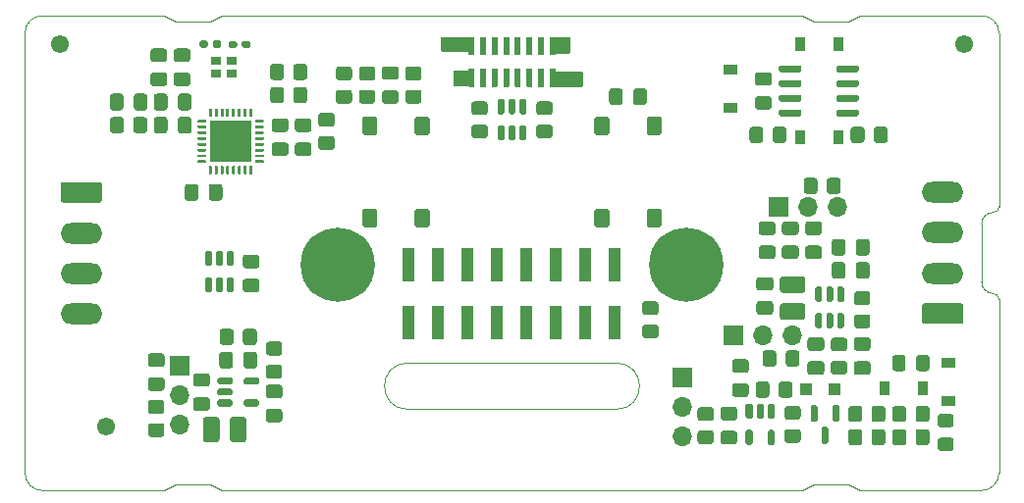
<source format=gts>
G04 #@! TF.GenerationSoftware,KiCad,Pcbnew,6.0.11+dfsg-1*
G04 #@! TF.ProjectId,project,70726f6a-6563-4742-9e6b-696361645f70,rev?*
G04 #@! TF.SameCoordinates,Original*
G04 #@! TF.FileFunction,Soldermask,Top*
G04 #@! TF.FilePolarity,Negative*
%FSLAX46Y46*%
G04 Gerber Fmt 4.6, Leading zero omitted, Abs format (unit mm)*
%MOMM*%
%LPD*%
G01*
G04 APERTURE LIST*
G04 #@! TA.AperFunction,Profile*
%ADD10C,0.100000*%
G04 #@! TD*
%ADD11C,1.552000*%
%ADD12R,0.900000X1.200000*%
%ADD13R,0.900000X0.800000*%
%ADD14R,1.000000X1.000000*%
%ADD15O,3.600000X1.800000*%
%ADD16C,6.400000*%
%ADD17C,0.900000*%
%ADD18R,1.200000X0.900000*%
%ADD19R,3.650000X3.650000*%
%ADD20R,1.000000X3.000000*%
%ADD21R,1.700000X1.700000*%
%ADD22O,1.700000X1.700000*%
G04 APERTURE END LIST*
D10*
X197262500Y-114037500D02*
X198262500Y-113537500D01*
X142262500Y-154037499D02*
X143262500Y-154537500D01*
X177262500Y-147537500D02*
G75*
G03*
X177262500Y-143537500I0J2000000D01*
G01*
X139262500Y-154037500D02*
X142262500Y-154037499D01*
X194262500Y-154037500D02*
X197262500Y-154037499D01*
X208762500Y-131537500D02*
X208762500Y-136537500D01*
X139262500Y-114037500D02*
X142262500Y-114037500D01*
X208762500Y-154537500D02*
G75*
G03*
X210262500Y-153037500I0J1500000D01*
G01*
X142262500Y-114037500D02*
X143262500Y-113537500D01*
X208762500Y-136537500D02*
G75*
G03*
X209762500Y-137537500I1000000J0D01*
G01*
X198262500Y-113537500D02*
X208762500Y-113537500D01*
X209762500Y-130537500D02*
G75*
G03*
X208762500Y-131537500I0J-1000000D01*
G01*
X138262500Y-113537500D02*
X127762500Y-113537500D01*
X126262500Y-153037500D02*
X126262500Y-115037500D01*
X210262500Y-138037500D02*
X210262500Y-153037500D01*
X127762500Y-113537500D02*
G75*
G03*
X126262500Y-115037500I0J-1500000D01*
G01*
X198262500Y-154537500D02*
X208762500Y-154537500D01*
X197262500Y-154037499D02*
X198262500Y-154537500D01*
X194262500Y-114037500D02*
X197262500Y-114037500D01*
X210262500Y-138037500D02*
G75*
G03*
X209762500Y-137537500I-500000J0D01*
G01*
X138262500Y-154537499D02*
X127762500Y-154537500D01*
X139262500Y-114037500D02*
X138262500Y-113537500D01*
X177262500Y-147537500D02*
X159262500Y-147537500D01*
X126262500Y-153037500D02*
G75*
G03*
X127762500Y-154537500I1500000J0D01*
G01*
X159262500Y-143537500D02*
X177262500Y-143537500D01*
X139262500Y-154037500D02*
X138262500Y-154537499D01*
X209762500Y-130537500D02*
G75*
G03*
X210262500Y-130037500I0J500000D01*
G01*
X210262500Y-130037500D02*
X210262500Y-115037500D01*
X159262500Y-143537500D02*
G75*
G03*
X159262500Y-147537500I0J-2000000D01*
G01*
X143262500Y-113537500D02*
X193262500Y-113537500D01*
X210262500Y-115037500D02*
G75*
G03*
X208762500Y-113537500I-1500000J0D01*
G01*
X194262500Y-154037500D02*
X193262500Y-154537499D01*
X194262500Y-114037500D02*
X193262500Y-113537500D01*
X193262500Y-154537499D02*
X143262500Y-154537500D01*
D11*
X129262500Y-116037500D03*
G36*
G01*
X205212500Y-147937500D02*
X206112500Y-147937500D01*
G75*
G02*
X206362500Y-148187500I0J-250000D01*
G01*
X206362500Y-148837500D01*
G75*
G02*
X206112500Y-149087500I-250000J0D01*
G01*
X205212500Y-149087500D01*
G75*
G02*
X204962500Y-148837500I0J250000D01*
G01*
X204962500Y-148187500D01*
G75*
G02*
X205212500Y-147937500I250000J0D01*
G01*
G37*
G36*
G01*
X205212500Y-149987500D02*
X206112500Y-149987500D01*
G75*
G02*
X206362500Y-150237500I0J-250000D01*
G01*
X206362500Y-150887500D01*
G75*
G02*
X206112500Y-151137500I-250000J0D01*
G01*
X205212500Y-151137500D01*
G75*
G02*
X204962500Y-150887500I0J250000D01*
G01*
X204962500Y-150237500D01*
G75*
G02*
X205212500Y-149987500I250000J0D01*
G01*
G37*
G36*
G01*
X145697500Y-115882500D02*
X145697500Y-116192500D01*
G75*
G02*
X145542500Y-116347500I-155000J0D01*
G01*
X145117500Y-116347500D01*
G75*
G02*
X144962500Y-116192500I0J155000D01*
G01*
X144962500Y-115882500D01*
G75*
G02*
X145117500Y-115727500I155000J0D01*
G01*
X145542500Y-115727500D01*
G75*
G02*
X145697500Y-115882500I0J-155000D01*
G01*
G37*
G36*
G01*
X144562500Y-115882500D02*
X144562500Y-116192500D01*
G75*
G02*
X144407500Y-116347500I-155000J0D01*
G01*
X143982500Y-116347500D01*
G75*
G02*
X143827500Y-116192500I0J155000D01*
G01*
X143827500Y-115882500D01*
G75*
G02*
X143982500Y-115727500I155000J0D01*
G01*
X144407500Y-115727500D01*
G75*
G02*
X144562500Y-115882500I0J-155000D01*
G01*
G37*
G36*
G01*
X195837500Y-136012500D02*
X195837500Y-135062500D01*
G75*
G02*
X196087500Y-134812500I250000J0D01*
G01*
X196762500Y-134812500D01*
G75*
G02*
X197012500Y-135062500I0J-250000D01*
G01*
X197012500Y-136012500D01*
G75*
G02*
X196762500Y-136262500I-250000J0D01*
G01*
X196087500Y-136262500D01*
G75*
G02*
X195837500Y-136012500I0J250000D01*
G01*
G37*
G36*
G01*
X197912500Y-136012500D02*
X197912500Y-135062500D01*
G75*
G02*
X198162500Y-134812500I250000J0D01*
G01*
X198837500Y-134812500D01*
G75*
G02*
X199087500Y-135062500I0J-250000D01*
G01*
X199087500Y-136012500D01*
G75*
G02*
X198837500Y-136262500I-250000J0D01*
G01*
X198162500Y-136262500D01*
G75*
G02*
X197912500Y-136012500I0J250000D01*
G01*
G37*
G36*
G01*
X140625000Y-122525000D02*
X140625000Y-123475000D01*
G75*
G02*
X140375000Y-123725000I-250000J0D01*
G01*
X139700000Y-123725000D01*
G75*
G02*
X139450000Y-123475000I0J250000D01*
G01*
X139450000Y-122525000D01*
G75*
G02*
X139700000Y-122275000I250000J0D01*
G01*
X140375000Y-122275000D01*
G75*
G02*
X140625000Y-122525000I0J-250000D01*
G01*
G37*
G36*
G01*
X138550000Y-122525000D02*
X138550000Y-123475000D01*
G75*
G02*
X138300000Y-123725000I-250000J0D01*
G01*
X137625000Y-123725000D01*
G75*
G02*
X137375000Y-123475000I0J250000D01*
G01*
X137375000Y-122525000D01*
G75*
G02*
X137625000Y-122275000I250000J0D01*
G01*
X138300000Y-122275000D01*
G75*
G02*
X138550000Y-122525000I0J-250000D01*
G01*
G37*
G36*
G01*
X198912500Y-140537500D02*
X198012500Y-140537500D01*
G75*
G02*
X197762500Y-140287500I0J250000D01*
G01*
X197762500Y-139587500D01*
G75*
G02*
X198012500Y-139337500I250000J0D01*
G01*
X198912500Y-139337500D01*
G75*
G02*
X199162500Y-139587500I0J-250000D01*
G01*
X199162500Y-140287500D01*
G75*
G02*
X198912500Y-140537500I-250000J0D01*
G01*
G37*
G36*
G01*
X198912500Y-138537500D02*
X198012500Y-138537500D01*
G75*
G02*
X197762500Y-138287500I0J250000D01*
G01*
X197762500Y-137587500D01*
G75*
G02*
X198012500Y-137337500I250000J0D01*
G01*
X198912500Y-137337500D01*
G75*
G02*
X199162500Y-137587500I0J-250000D01*
G01*
X199162500Y-138287500D01*
G75*
G02*
X198912500Y-138537500I-250000J0D01*
G01*
G37*
G36*
G01*
X150600000Y-119950000D02*
X150600000Y-120850000D01*
G75*
G02*
X150350000Y-121100000I-250000J0D01*
G01*
X149650000Y-121100000D01*
G75*
G02*
X149400000Y-120850000I0J250000D01*
G01*
X149400000Y-119950000D01*
G75*
G02*
X149650000Y-119700000I250000J0D01*
G01*
X150350000Y-119700000D01*
G75*
G02*
X150600000Y-119950000I0J-250000D01*
G01*
G37*
G36*
G01*
X148600000Y-119950000D02*
X148600000Y-120850000D01*
G75*
G02*
X148350000Y-121100000I-250000J0D01*
G01*
X147650000Y-121100000D01*
G75*
G02*
X147400000Y-120850000I0J250000D01*
G01*
X147400000Y-119950000D01*
G75*
G02*
X147650000Y-119700000I250000J0D01*
G01*
X148350000Y-119700000D01*
G75*
G02*
X148600000Y-119950000I0J-250000D01*
G01*
G37*
D12*
X193087500Y-124037500D03*
X196387500Y-124037500D03*
G36*
G01*
X200462500Y-149487500D02*
X200462500Y-150387500D01*
G75*
G02*
X200212500Y-150637500I-250000J0D01*
G01*
X199512500Y-150637500D01*
G75*
G02*
X199262500Y-150387500I0J250000D01*
G01*
X199262500Y-149487500D01*
G75*
G02*
X199512500Y-149237500I250000J0D01*
G01*
X200212500Y-149237500D01*
G75*
G02*
X200462500Y-149487500I0J-250000D01*
G01*
G37*
G36*
G01*
X198462500Y-149487500D02*
X198462500Y-150387500D01*
G75*
G02*
X198212500Y-150637500I-250000J0D01*
G01*
X197512500Y-150637500D01*
G75*
G02*
X197262500Y-150387500I0J250000D01*
G01*
X197262500Y-149487500D01*
G75*
G02*
X197512500Y-149237500I250000J0D01*
G01*
X198212500Y-149237500D01*
G75*
G02*
X198462500Y-149487500I0J-250000D01*
G01*
G37*
G36*
G01*
X148737500Y-125662500D02*
X147787500Y-125662500D01*
G75*
G02*
X147537500Y-125412500I0J250000D01*
G01*
X147537500Y-124737500D01*
G75*
G02*
X147787500Y-124487500I250000J0D01*
G01*
X148737500Y-124487500D01*
G75*
G02*
X148987500Y-124737500I0J-250000D01*
G01*
X148987500Y-125412500D01*
G75*
G02*
X148737500Y-125662500I-250000J0D01*
G01*
G37*
G36*
G01*
X148737500Y-123587500D02*
X147787500Y-123587500D01*
G75*
G02*
X147537500Y-123337500I0J250000D01*
G01*
X147537500Y-122662500D01*
G75*
G02*
X147787500Y-122412500I250000J0D01*
G01*
X148737500Y-122412500D01*
G75*
G02*
X148987500Y-122662500I0J-250000D01*
G01*
X148987500Y-123337500D01*
G75*
G02*
X148737500Y-123587500I-250000J0D01*
G01*
G37*
G36*
G01*
X195837500Y-134012500D02*
X195837500Y-133062500D01*
G75*
G02*
X196087500Y-132812500I250000J0D01*
G01*
X196762500Y-132812500D01*
G75*
G02*
X197012500Y-133062500I0J-250000D01*
G01*
X197012500Y-134012500D01*
G75*
G02*
X196762500Y-134262500I-250000J0D01*
G01*
X196087500Y-134262500D01*
G75*
G02*
X195837500Y-134012500I0J250000D01*
G01*
G37*
G36*
G01*
X197912500Y-134012500D02*
X197912500Y-133062500D01*
G75*
G02*
X198162500Y-132812500I250000J0D01*
G01*
X198837500Y-132812500D01*
G75*
G02*
X199087500Y-133062500I0J-250000D01*
G01*
X199087500Y-134012500D01*
G75*
G02*
X198837500Y-134262500I-250000J0D01*
G01*
X198162500Y-134262500D01*
G75*
G02*
X197912500Y-134012500I0J250000D01*
G01*
G37*
G36*
G01*
X193412500Y-128687500D02*
X193412500Y-127787500D01*
G75*
G02*
X193662500Y-127537500I250000J0D01*
G01*
X194362500Y-127537500D01*
G75*
G02*
X194612500Y-127787500I0J-250000D01*
G01*
X194612500Y-128687500D01*
G75*
G02*
X194362500Y-128937500I-250000J0D01*
G01*
X193662500Y-128937500D01*
G75*
G02*
X193412500Y-128687500I0J250000D01*
G01*
G37*
G36*
G01*
X195412500Y-128687500D02*
X195412500Y-127787500D01*
G75*
G02*
X195662500Y-127537500I250000J0D01*
G01*
X196362500Y-127537500D01*
G75*
G02*
X196612500Y-127787500I0J-250000D01*
G01*
X196612500Y-128687500D01*
G75*
G02*
X196362500Y-128937500I-250000J0D01*
G01*
X195662500Y-128937500D01*
G75*
G02*
X195412500Y-128687500I0J250000D01*
G01*
G37*
G36*
G01*
X192737500Y-134562500D02*
X191787500Y-134562500D01*
G75*
G02*
X191537500Y-134312500I0J250000D01*
G01*
X191537500Y-133637500D01*
G75*
G02*
X191787500Y-133387500I250000J0D01*
G01*
X192737500Y-133387500D01*
G75*
G02*
X192987500Y-133637500I0J-250000D01*
G01*
X192987500Y-134312500D01*
G75*
G02*
X192737500Y-134562500I-250000J0D01*
G01*
G37*
G36*
G01*
X192737500Y-132487500D02*
X191787500Y-132487500D01*
G75*
G02*
X191537500Y-132237500I0J250000D01*
G01*
X191537500Y-131562500D01*
G75*
G02*
X191787500Y-131312500I250000J0D01*
G01*
X192737500Y-131312500D01*
G75*
G02*
X192987500Y-131562500I0J-250000D01*
G01*
X192987500Y-132237500D01*
G75*
G02*
X192737500Y-132487500I-250000J0D01*
G01*
G37*
G36*
G01*
X184512500Y-147337500D02*
X185412500Y-147337500D01*
G75*
G02*
X185662500Y-147587500I0J-250000D01*
G01*
X185662500Y-148287500D01*
G75*
G02*
X185412500Y-148537500I-250000J0D01*
G01*
X184512500Y-148537500D01*
G75*
G02*
X184262500Y-148287500I0J250000D01*
G01*
X184262500Y-147587500D01*
G75*
G02*
X184512500Y-147337500I250000J0D01*
G01*
G37*
G36*
G01*
X184512500Y-149337500D02*
X185412500Y-149337500D01*
G75*
G02*
X185662500Y-149587500I0J-250000D01*
G01*
X185662500Y-150287500D01*
G75*
G02*
X185412500Y-150537500I-250000J0D01*
G01*
X184512500Y-150537500D01*
G75*
G02*
X184262500Y-150287500I0J250000D01*
G01*
X184262500Y-149587500D01*
G75*
G02*
X184512500Y-149337500I250000J0D01*
G01*
G37*
G36*
G01*
X200462500Y-147487500D02*
X200462500Y-148387500D01*
G75*
G02*
X200212500Y-148637500I-250000J0D01*
G01*
X199512500Y-148637500D01*
G75*
G02*
X199262500Y-148387500I0J250000D01*
G01*
X199262500Y-147487500D01*
G75*
G02*
X199512500Y-147237500I250000J0D01*
G01*
X200212500Y-147237500D01*
G75*
G02*
X200462500Y-147487500I0J-250000D01*
G01*
G37*
G36*
G01*
X198462500Y-147487500D02*
X198462500Y-148387500D01*
G75*
G02*
X198212500Y-148637500I-250000J0D01*
G01*
X197512500Y-148637500D01*
G75*
G02*
X197262500Y-148387500I0J250000D01*
G01*
X197262500Y-147487500D01*
G75*
G02*
X197512500Y-147237500I250000J0D01*
G01*
X198212500Y-147237500D01*
G75*
G02*
X198462500Y-147487500I0J-250000D01*
G01*
G37*
G36*
G01*
X192462500Y-145387500D02*
X192462500Y-146287500D01*
G75*
G02*
X192212500Y-146537500I-250000J0D01*
G01*
X191512500Y-146537500D01*
G75*
G02*
X191262500Y-146287500I0J250000D01*
G01*
X191262500Y-145387500D01*
G75*
G02*
X191512500Y-145137500I250000J0D01*
G01*
X192212500Y-145137500D01*
G75*
G02*
X192462500Y-145387500I0J-250000D01*
G01*
G37*
G36*
G01*
X190462500Y-145387500D02*
X190462500Y-146287500D01*
G75*
G02*
X190212500Y-146537500I-250000J0D01*
G01*
X189512500Y-146537500D01*
G75*
G02*
X189262500Y-146287500I0J250000D01*
G01*
X189262500Y-145387500D01*
G75*
G02*
X189512500Y-145137500I250000J0D01*
G01*
X190212500Y-145137500D01*
G75*
G02*
X190462500Y-145387500I0J-250000D01*
G01*
G37*
G36*
G01*
X190737500Y-134562500D02*
X189787500Y-134562500D01*
G75*
G02*
X189537500Y-134312500I0J250000D01*
G01*
X189537500Y-133637500D01*
G75*
G02*
X189787500Y-133387500I250000J0D01*
G01*
X190737500Y-133387500D01*
G75*
G02*
X190987500Y-133637500I0J-250000D01*
G01*
X190987500Y-134312500D01*
G75*
G02*
X190737500Y-134562500I-250000J0D01*
G01*
G37*
G36*
G01*
X190737500Y-132487500D02*
X189787500Y-132487500D01*
G75*
G02*
X189537500Y-132237500I0J250000D01*
G01*
X189537500Y-131562500D01*
G75*
G02*
X189787500Y-131312500I250000J0D01*
G01*
X190737500Y-131312500D01*
G75*
G02*
X190987500Y-131562500I0J-250000D01*
G01*
X190987500Y-132237500D01*
G75*
G02*
X190737500Y-132487500I-250000J0D01*
G01*
G37*
D13*
X144100000Y-117450000D03*
X142700000Y-117450000D03*
X142700000Y-118550000D03*
X144100000Y-118550000D03*
G36*
G01*
X151812500Y-121937500D02*
X152712500Y-121937500D01*
G75*
G02*
X152962500Y-122187500I0J-250000D01*
G01*
X152962500Y-122887500D01*
G75*
G02*
X152712500Y-123137500I-250000J0D01*
G01*
X151812500Y-123137500D01*
G75*
G02*
X151562500Y-122887500I0J250000D01*
G01*
X151562500Y-122187500D01*
G75*
G02*
X151812500Y-121937500I250000J0D01*
G01*
G37*
G36*
G01*
X151812500Y-123937500D02*
X152712500Y-123937500D01*
G75*
G02*
X152962500Y-124187500I0J-250000D01*
G01*
X152962500Y-124887500D01*
G75*
G02*
X152712500Y-125137500I-250000J0D01*
G01*
X151812500Y-125137500D01*
G75*
G02*
X151562500Y-124887500I0J250000D01*
G01*
X151562500Y-124187500D01*
G75*
G02*
X151812500Y-123937500I250000J0D01*
G01*
G37*
G36*
G01*
X194937500Y-144562500D02*
X193987500Y-144562500D01*
G75*
G02*
X193737500Y-144312500I0J250000D01*
G01*
X193737500Y-143637500D01*
G75*
G02*
X193987500Y-143387500I250000J0D01*
G01*
X194937500Y-143387500D01*
G75*
G02*
X195187500Y-143637500I0J-250000D01*
G01*
X195187500Y-144312500D01*
G75*
G02*
X194937500Y-144562500I-250000J0D01*
G01*
G37*
G36*
G01*
X194937500Y-142487500D02*
X193987500Y-142487500D01*
G75*
G02*
X193737500Y-142237500I0J250000D01*
G01*
X193737500Y-141562500D01*
G75*
G02*
X193987500Y-141312500I250000J0D01*
G01*
X194937500Y-141312500D01*
G75*
G02*
X195187500Y-141562500I0J-250000D01*
G01*
X195187500Y-142237500D01*
G75*
G02*
X194937500Y-142487500I-250000J0D01*
G01*
G37*
G36*
G01*
X197987500Y-141312500D02*
X198937500Y-141312500D01*
G75*
G02*
X199187500Y-141562500I0J-250000D01*
G01*
X199187500Y-142237500D01*
G75*
G02*
X198937500Y-142487500I-250000J0D01*
G01*
X197987500Y-142487500D01*
G75*
G02*
X197737500Y-142237500I0J250000D01*
G01*
X197737500Y-141562500D01*
G75*
G02*
X197987500Y-141312500I250000J0D01*
G01*
G37*
G36*
G01*
X197987500Y-143387500D02*
X198937500Y-143387500D01*
G75*
G02*
X199187500Y-143637500I0J-250000D01*
G01*
X199187500Y-144312500D01*
G75*
G02*
X198937500Y-144562500I-250000J0D01*
G01*
X197987500Y-144562500D01*
G75*
G02*
X197737500Y-144312500I0J250000D01*
G01*
X197737500Y-143637500D01*
G75*
G02*
X197987500Y-143387500I250000J0D01*
G01*
G37*
G36*
G01*
X196062500Y-147162500D02*
X196362500Y-147162500D01*
G75*
G02*
X196512500Y-147312500I0J-150000D01*
G01*
X196512500Y-148487500D01*
G75*
G02*
X196362500Y-148637500I-150000J0D01*
G01*
X196062500Y-148637500D01*
G75*
G02*
X195912500Y-148487500I0J150000D01*
G01*
X195912500Y-147312500D01*
G75*
G02*
X196062500Y-147162500I150000J0D01*
G01*
G37*
G36*
G01*
X194162500Y-147162500D02*
X194462500Y-147162500D01*
G75*
G02*
X194612500Y-147312500I0J-150000D01*
G01*
X194612500Y-148487500D01*
G75*
G02*
X194462500Y-148637500I-150000J0D01*
G01*
X194162500Y-148637500D01*
G75*
G02*
X194012500Y-148487500I0J150000D01*
G01*
X194012500Y-147312500D01*
G75*
G02*
X194162500Y-147162500I150000J0D01*
G01*
G37*
G36*
G01*
X195112500Y-149037500D02*
X195412500Y-149037500D01*
G75*
G02*
X195562500Y-149187500I0J-150000D01*
G01*
X195562500Y-150362500D01*
G75*
G02*
X195412500Y-150512500I-150000J0D01*
G01*
X195112500Y-150512500D01*
G75*
G02*
X194962500Y-150362500I0J150000D01*
G01*
X194962500Y-149187500D01*
G75*
G02*
X195112500Y-149037500I150000J0D01*
G01*
G37*
G36*
G01*
X169062500Y-120737500D02*
X169362500Y-120737500D01*
G75*
G02*
X169512500Y-120887500I0J-150000D01*
G01*
X169512500Y-121912500D01*
G75*
G02*
X169362500Y-122062500I-150000J0D01*
G01*
X169062500Y-122062500D01*
G75*
G02*
X168912500Y-121912500I0J150000D01*
G01*
X168912500Y-120887500D01*
G75*
G02*
X169062500Y-120737500I150000J0D01*
G01*
G37*
G36*
G01*
X168112500Y-120737500D02*
X168412500Y-120737500D01*
G75*
G02*
X168562500Y-120887500I0J-150000D01*
G01*
X168562500Y-121912500D01*
G75*
G02*
X168412500Y-122062500I-150000J0D01*
G01*
X168112500Y-122062500D01*
G75*
G02*
X167962500Y-121912500I0J150000D01*
G01*
X167962500Y-120887500D01*
G75*
G02*
X168112500Y-120737500I150000J0D01*
G01*
G37*
G36*
G01*
X167162500Y-120737500D02*
X167462500Y-120737500D01*
G75*
G02*
X167612500Y-120887500I0J-150000D01*
G01*
X167612500Y-121912500D01*
G75*
G02*
X167462500Y-122062500I-150000J0D01*
G01*
X167162500Y-122062500D01*
G75*
G02*
X167012500Y-121912500I0J150000D01*
G01*
X167012500Y-120887500D01*
G75*
G02*
X167162500Y-120737500I150000J0D01*
G01*
G37*
G36*
G01*
X167162500Y-123012500D02*
X167462500Y-123012500D01*
G75*
G02*
X167612500Y-123162500I0J-150000D01*
G01*
X167612500Y-124187500D01*
G75*
G02*
X167462500Y-124337500I-150000J0D01*
G01*
X167162500Y-124337500D01*
G75*
G02*
X167012500Y-124187500I0J150000D01*
G01*
X167012500Y-123162500D01*
G75*
G02*
X167162500Y-123012500I150000J0D01*
G01*
G37*
G36*
G01*
X168112500Y-123012500D02*
X168412500Y-123012500D01*
G75*
G02*
X168562500Y-123162500I0J-150000D01*
G01*
X168562500Y-124187500D01*
G75*
G02*
X168412500Y-124337500I-150000J0D01*
G01*
X168112500Y-124337500D01*
G75*
G02*
X167962500Y-124187500I0J150000D01*
G01*
X167962500Y-123162500D01*
G75*
G02*
X168112500Y-123012500I150000J0D01*
G01*
G37*
G36*
G01*
X169062500Y-123012500D02*
X169362500Y-123012500D01*
G75*
G02*
X169512500Y-123162500I0J-150000D01*
G01*
X169512500Y-124187500D01*
G75*
G02*
X169362500Y-124337500I-150000J0D01*
G01*
X169062500Y-124337500D01*
G75*
G02*
X168912500Y-124187500I0J150000D01*
G01*
X168912500Y-123162500D01*
G75*
G02*
X169062500Y-123012500I150000J0D01*
G01*
G37*
G36*
G01*
X204262500Y-143087500D02*
X204262500Y-143987500D01*
G75*
G02*
X204012500Y-144237500I-250000J0D01*
G01*
X203362500Y-144237500D01*
G75*
G02*
X203112500Y-143987500I0J250000D01*
G01*
X203112500Y-143087500D01*
G75*
G02*
X203362500Y-142837500I250000J0D01*
G01*
X204012500Y-142837500D01*
G75*
G02*
X204262500Y-143087500I0J-250000D01*
G01*
G37*
G36*
G01*
X202212500Y-143087500D02*
X202212500Y-143987500D01*
G75*
G02*
X201962500Y-144237500I-250000J0D01*
G01*
X201312500Y-144237500D01*
G75*
G02*
X201062500Y-143987500I0J250000D01*
G01*
X201062500Y-143087500D01*
G75*
G02*
X201312500Y-142837500I250000J0D01*
G01*
X201962500Y-142837500D01*
G75*
G02*
X202212500Y-143087500I0J-250000D01*
G01*
G37*
G36*
G01*
X201062500Y-148387500D02*
X201062500Y-147487500D01*
G75*
G02*
X201312500Y-147237500I250000J0D01*
G01*
X202012500Y-147237500D01*
G75*
G02*
X202262500Y-147487500I0J-250000D01*
G01*
X202262500Y-148387500D01*
G75*
G02*
X202012500Y-148637500I-250000J0D01*
G01*
X201312500Y-148637500D01*
G75*
G02*
X201062500Y-148387500I0J250000D01*
G01*
G37*
G36*
G01*
X203062500Y-148387500D02*
X203062500Y-147487500D01*
G75*
G02*
X203312500Y-147237500I250000J0D01*
G01*
X204012500Y-147237500D01*
G75*
G02*
X204262500Y-147487500I0J-250000D01*
G01*
X204262500Y-148387500D01*
G75*
G02*
X204012500Y-148637500I-250000J0D01*
G01*
X203312500Y-148637500D01*
G75*
G02*
X203062500Y-148387500I0J250000D01*
G01*
G37*
G36*
G01*
X190537500Y-139362500D02*
X189587500Y-139362500D01*
G75*
G02*
X189337500Y-139112500I0J250000D01*
G01*
X189337500Y-138437500D01*
G75*
G02*
X189587500Y-138187500I250000J0D01*
G01*
X190537500Y-138187500D01*
G75*
G02*
X190787500Y-138437500I0J-250000D01*
G01*
X190787500Y-139112500D01*
G75*
G02*
X190537500Y-139362500I-250000J0D01*
G01*
G37*
G36*
G01*
X190537500Y-137287500D02*
X189587500Y-137287500D01*
G75*
G02*
X189337500Y-137037500I0J250000D01*
G01*
X189337500Y-136362500D01*
G75*
G02*
X189587500Y-136112500I250000J0D01*
G01*
X190537500Y-136112500D01*
G75*
G02*
X190787500Y-136362500I0J-250000D01*
G01*
X190787500Y-137037500D01*
G75*
G02*
X190537500Y-137287500I-250000J0D01*
G01*
G37*
G36*
G01*
X201062500Y-150387500D02*
X201062500Y-149487500D01*
G75*
G02*
X201312500Y-149237500I250000J0D01*
G01*
X202012500Y-149237500D01*
G75*
G02*
X202262500Y-149487500I0J-250000D01*
G01*
X202262500Y-150387500D01*
G75*
G02*
X202012500Y-150637500I-250000J0D01*
G01*
X201312500Y-150637500D01*
G75*
G02*
X201062500Y-150387500I0J250000D01*
G01*
G37*
G36*
G01*
X203062500Y-150387500D02*
X203062500Y-149487500D01*
G75*
G02*
X203312500Y-149237500I250000J0D01*
G01*
X204012500Y-149237500D01*
G75*
G02*
X204262500Y-149487500I0J-250000D01*
G01*
X204262500Y-150387500D01*
G75*
G02*
X204012500Y-150637500I-250000J0D01*
G01*
X203312500Y-150637500D01*
G75*
G02*
X203062500Y-150387500I0J250000D01*
G01*
G37*
D14*
X193612500Y-145837500D03*
X196112500Y-145837500D03*
G36*
G01*
X157287500Y-117912500D02*
X158237500Y-117912500D01*
G75*
G02*
X158487500Y-118162500I0J-250000D01*
G01*
X158487500Y-118837500D01*
G75*
G02*
X158237500Y-119087500I-250000J0D01*
G01*
X157287500Y-119087500D01*
G75*
G02*
X157037500Y-118837500I0J250000D01*
G01*
X157037500Y-118162500D01*
G75*
G02*
X157287500Y-117912500I250000J0D01*
G01*
G37*
G36*
G01*
X157287500Y-119987500D02*
X158237500Y-119987500D01*
G75*
G02*
X158487500Y-120237500I0J-250000D01*
G01*
X158487500Y-120912500D01*
G75*
G02*
X158237500Y-121162500I-250000J0D01*
G01*
X157287500Y-121162500D01*
G75*
G02*
X157037500Y-120912500I0J250000D01*
G01*
X157037500Y-120237500D01*
G75*
G02*
X157287500Y-119987500I250000J0D01*
G01*
G37*
G36*
G01*
X179887500Y-120062500D02*
X179887500Y-121012500D01*
G75*
G02*
X179637500Y-121262500I-250000J0D01*
G01*
X178962500Y-121262500D01*
G75*
G02*
X178712500Y-121012500I0J250000D01*
G01*
X178712500Y-120062500D01*
G75*
G02*
X178962500Y-119812500I250000J0D01*
G01*
X179637500Y-119812500D01*
G75*
G02*
X179887500Y-120062500I0J-250000D01*
G01*
G37*
G36*
G01*
X177812500Y-120062500D02*
X177812500Y-121012500D01*
G75*
G02*
X177562500Y-121262500I-250000J0D01*
G01*
X176887500Y-121262500D01*
G75*
G02*
X176637500Y-121012500I0J250000D01*
G01*
X176637500Y-120062500D01*
G75*
G02*
X176887500Y-119812500I250000J0D01*
G01*
X177562500Y-119812500D01*
G75*
G02*
X177812500Y-120062500I0J-250000D01*
G01*
G37*
G36*
G01*
X137137500Y-146725000D02*
X138037500Y-146725000D01*
G75*
G02*
X138287500Y-146975000I0J-250000D01*
G01*
X138287500Y-147675000D01*
G75*
G02*
X138037500Y-147925000I-250000J0D01*
G01*
X137137500Y-147925000D01*
G75*
G02*
X136887500Y-147675000I0J250000D01*
G01*
X136887500Y-146975000D01*
G75*
G02*
X137137500Y-146725000I250000J0D01*
G01*
G37*
G36*
G01*
X137137500Y-148725000D02*
X138037500Y-148725000D01*
G75*
G02*
X138287500Y-148975000I0J-250000D01*
G01*
X138287500Y-149675000D01*
G75*
G02*
X138037500Y-149925000I-250000J0D01*
G01*
X137137500Y-149925000D01*
G75*
G02*
X136887500Y-149675000I0J250000D01*
G01*
X136887500Y-148975000D01*
G75*
G02*
X137137500Y-148725000I250000J0D01*
G01*
G37*
G36*
G01*
X164562500Y-115377500D02*
X164962500Y-115377500D01*
G75*
G02*
X165012500Y-115427500I0J-50000D01*
G01*
X165012500Y-116917500D01*
G75*
G02*
X164962500Y-116967500I-50000J0D01*
G01*
X164562500Y-116967500D01*
G75*
G02*
X164512500Y-116917500I0J50000D01*
G01*
X164512500Y-115427500D01*
G75*
G02*
X164562500Y-115377500I50000J0D01*
G01*
G37*
G36*
G01*
X165562500Y-115377500D02*
X165962500Y-115377500D01*
G75*
G02*
X166012500Y-115427500I0J-50000D01*
G01*
X166012500Y-116917500D01*
G75*
G02*
X165962500Y-116967500I-50000J0D01*
G01*
X165562500Y-116967500D01*
G75*
G02*
X165512500Y-116917500I0J50000D01*
G01*
X165512500Y-115427500D01*
G75*
G02*
X165562500Y-115377500I50000J0D01*
G01*
G37*
G36*
G01*
X166562500Y-115377500D02*
X166962500Y-115377500D01*
G75*
G02*
X167012500Y-115427500I0J-50000D01*
G01*
X167012500Y-116917500D01*
G75*
G02*
X166962500Y-116967500I-50000J0D01*
G01*
X166562500Y-116967500D01*
G75*
G02*
X166512500Y-116917500I0J50000D01*
G01*
X166512500Y-115427500D01*
G75*
G02*
X166562500Y-115377500I50000J0D01*
G01*
G37*
G36*
G01*
X167562500Y-115377500D02*
X167962500Y-115377500D01*
G75*
G02*
X168012500Y-115427500I0J-50000D01*
G01*
X168012500Y-116917500D01*
G75*
G02*
X167962500Y-116967500I-50000J0D01*
G01*
X167562500Y-116967500D01*
G75*
G02*
X167512500Y-116917500I0J50000D01*
G01*
X167512500Y-115427500D01*
G75*
G02*
X167562500Y-115377500I50000J0D01*
G01*
G37*
G36*
G01*
X168562500Y-115377500D02*
X168962500Y-115377500D01*
G75*
G02*
X169012500Y-115427500I0J-50000D01*
G01*
X169012500Y-116917500D01*
G75*
G02*
X168962500Y-116967500I-50000J0D01*
G01*
X168562500Y-116967500D01*
G75*
G02*
X168512500Y-116917500I0J50000D01*
G01*
X168512500Y-115427500D01*
G75*
G02*
X168562500Y-115377500I50000J0D01*
G01*
G37*
G36*
G01*
X169562500Y-115377500D02*
X169962500Y-115377500D01*
G75*
G02*
X170012500Y-115427500I0J-50000D01*
G01*
X170012500Y-116917500D01*
G75*
G02*
X169962500Y-116967500I-50000J0D01*
G01*
X169562500Y-116967500D01*
G75*
G02*
X169512500Y-116917500I0J50000D01*
G01*
X169512500Y-115427500D01*
G75*
G02*
X169562500Y-115377500I50000J0D01*
G01*
G37*
G36*
G01*
X170562500Y-115377500D02*
X170962500Y-115377500D01*
G75*
G02*
X171012500Y-115427500I0J-50000D01*
G01*
X171012500Y-116917500D01*
G75*
G02*
X170962500Y-116967500I-50000J0D01*
G01*
X170562500Y-116967500D01*
G75*
G02*
X170512500Y-116917500I0J50000D01*
G01*
X170512500Y-115427500D01*
G75*
G02*
X170562500Y-115377500I50000J0D01*
G01*
G37*
G36*
G01*
X171562500Y-115377500D02*
X171962500Y-115377500D01*
G75*
G02*
X172012500Y-115427500I0J-50000D01*
G01*
X172012500Y-116917500D01*
G75*
G02*
X171962500Y-116967500I-50000J0D01*
G01*
X171562500Y-116967500D01*
G75*
G02*
X171512500Y-116917500I0J50000D01*
G01*
X171512500Y-115427500D01*
G75*
G02*
X171562500Y-115377500I50000J0D01*
G01*
G37*
G36*
G01*
X171562500Y-118107500D02*
X171962500Y-118107500D01*
G75*
G02*
X172012500Y-118157500I0J-50000D01*
G01*
X172012500Y-119647500D01*
G75*
G02*
X171962500Y-119697500I-50000J0D01*
G01*
X171562500Y-119697500D01*
G75*
G02*
X171512500Y-119647500I0J50000D01*
G01*
X171512500Y-118157500D01*
G75*
G02*
X171562500Y-118107500I50000J0D01*
G01*
G37*
G36*
G01*
X170562500Y-118107500D02*
X170962500Y-118107500D01*
G75*
G02*
X171012500Y-118157500I0J-50000D01*
G01*
X171012500Y-119647500D01*
G75*
G02*
X170962500Y-119697500I-50000J0D01*
G01*
X170562500Y-119697500D01*
G75*
G02*
X170512500Y-119647500I0J50000D01*
G01*
X170512500Y-118157500D01*
G75*
G02*
X170562500Y-118107500I50000J0D01*
G01*
G37*
G36*
G01*
X169562500Y-118107500D02*
X169962500Y-118107500D01*
G75*
G02*
X170012500Y-118157500I0J-50000D01*
G01*
X170012500Y-119647500D01*
G75*
G02*
X169962500Y-119697500I-50000J0D01*
G01*
X169562500Y-119697500D01*
G75*
G02*
X169512500Y-119647500I0J50000D01*
G01*
X169512500Y-118157500D01*
G75*
G02*
X169562500Y-118107500I50000J0D01*
G01*
G37*
G36*
G01*
X168562500Y-118107500D02*
X168962500Y-118107500D01*
G75*
G02*
X169012500Y-118157500I0J-50000D01*
G01*
X169012500Y-119647500D01*
G75*
G02*
X168962500Y-119697500I-50000J0D01*
G01*
X168562500Y-119697500D01*
G75*
G02*
X168512500Y-119647500I0J50000D01*
G01*
X168512500Y-118157500D01*
G75*
G02*
X168562500Y-118107500I50000J0D01*
G01*
G37*
G36*
G01*
X167562500Y-118107500D02*
X167962500Y-118107500D01*
G75*
G02*
X168012500Y-118157500I0J-50000D01*
G01*
X168012500Y-119647500D01*
G75*
G02*
X167962500Y-119697500I-50000J0D01*
G01*
X167562500Y-119697500D01*
G75*
G02*
X167512500Y-119647500I0J50000D01*
G01*
X167512500Y-118157500D01*
G75*
G02*
X167562500Y-118107500I50000J0D01*
G01*
G37*
G36*
G01*
X166562500Y-118107500D02*
X166962500Y-118107500D01*
G75*
G02*
X167012500Y-118157500I0J-50000D01*
G01*
X167012500Y-119647500D01*
G75*
G02*
X166962500Y-119697500I-50000J0D01*
G01*
X166562500Y-119697500D01*
G75*
G02*
X166512500Y-119647500I0J50000D01*
G01*
X166512500Y-118157500D01*
G75*
G02*
X166562500Y-118107500I50000J0D01*
G01*
G37*
G36*
G01*
X165562500Y-118107500D02*
X165962500Y-118107500D01*
G75*
G02*
X166012500Y-118157500I0J-50000D01*
G01*
X166012500Y-119647500D01*
G75*
G02*
X165962500Y-119697500I-50000J0D01*
G01*
X165562500Y-119697500D01*
G75*
G02*
X165512500Y-119647500I0J50000D01*
G01*
X165512500Y-118157500D01*
G75*
G02*
X165562500Y-118107500I50000J0D01*
G01*
G37*
G36*
G01*
X164562500Y-118107500D02*
X164962500Y-118107500D01*
G75*
G02*
X165012500Y-118157500I0J-50000D01*
G01*
X165012500Y-119647500D01*
G75*
G02*
X164962500Y-119697500I-50000J0D01*
G01*
X164562500Y-119697500D01*
G75*
G02*
X164512500Y-119647500I0J50000D01*
G01*
X164512500Y-118157500D01*
G75*
G02*
X164562500Y-118107500I50000J0D01*
G01*
G37*
G36*
G01*
X173287500Y-115477500D02*
X173287500Y-116737500D01*
G75*
G02*
X173217500Y-116807500I-70000J0D01*
G01*
X171757500Y-116807500D01*
G75*
G02*
X171687500Y-116737500I0J70000D01*
G01*
X171687500Y-115477500D01*
G75*
G02*
X171757500Y-115407500I70000J0D01*
G01*
X173217500Y-115407500D01*
G75*
G02*
X173287500Y-115477500I0J-70000D01*
G01*
G37*
G36*
G01*
X164862500Y-115452500D02*
X164862500Y-116622500D01*
G75*
G02*
X164797500Y-116687500I-65000J0D01*
G01*
X162227500Y-116687500D01*
G75*
G02*
X162162500Y-116622500I0J65000D01*
G01*
X162162500Y-115452500D01*
G75*
G02*
X162227500Y-115387500I65000J0D01*
G01*
X164797500Y-115387500D01*
G75*
G02*
X164862500Y-115452500I0J-65000D01*
G01*
G37*
G36*
G01*
X174362500Y-118452500D02*
X174362500Y-119622500D01*
G75*
G02*
X174297500Y-119687500I-65000J0D01*
G01*
X171727500Y-119687500D01*
G75*
G02*
X171662500Y-119622500I0J65000D01*
G01*
X171662500Y-118452500D01*
G75*
G02*
X171727500Y-118387500I65000J0D01*
G01*
X174297500Y-118387500D01*
G75*
G02*
X174362500Y-118452500I0J-65000D01*
G01*
G37*
G36*
G01*
X164837500Y-118337500D02*
X164837500Y-119597500D01*
G75*
G02*
X164767500Y-119667500I-70000J0D01*
G01*
X163307500Y-119667500D01*
G75*
G02*
X163237500Y-119597500I0J70000D01*
G01*
X163237500Y-118337500D01*
G75*
G02*
X163307500Y-118267500I70000J0D01*
G01*
X164767500Y-118267500D01*
G75*
G02*
X164837500Y-118337500I0J-70000D01*
G01*
G37*
G36*
G01*
X143025000Y-143762500D02*
X143025000Y-142812500D01*
G75*
G02*
X143275000Y-142562500I250000J0D01*
G01*
X143950000Y-142562500D01*
G75*
G02*
X144200000Y-142812500I0J-250000D01*
G01*
X144200000Y-143762500D01*
G75*
G02*
X143950000Y-144012500I-250000J0D01*
G01*
X143275000Y-144012500D01*
G75*
G02*
X143025000Y-143762500I0J250000D01*
G01*
G37*
G36*
G01*
X145100000Y-143762500D02*
X145100000Y-142812500D01*
G75*
G02*
X145350000Y-142562500I250000J0D01*
G01*
X146025000Y-142562500D01*
G75*
G02*
X146275000Y-142812500I0J-250000D01*
G01*
X146275000Y-143762500D01*
G75*
G02*
X146025000Y-144012500I-250000J0D01*
G01*
X145350000Y-144012500D01*
G75*
G02*
X145100000Y-143762500I0J250000D01*
G01*
G37*
G36*
G01*
X145287500Y-134182500D02*
X146237500Y-134182500D01*
G75*
G02*
X146487500Y-134432500I0J-250000D01*
G01*
X146487500Y-135107500D01*
G75*
G02*
X146237500Y-135357500I-250000J0D01*
G01*
X145287500Y-135357500D01*
G75*
G02*
X145037500Y-135107500I0J250000D01*
G01*
X145037500Y-134432500D01*
G75*
G02*
X145287500Y-134182500I250000J0D01*
G01*
G37*
G36*
G01*
X145287500Y-136257500D02*
X146237500Y-136257500D01*
G75*
G02*
X146487500Y-136507500I0J-250000D01*
G01*
X146487500Y-137182500D01*
G75*
G02*
X146237500Y-137432500I-250000J0D01*
G01*
X145287500Y-137432500D01*
G75*
G02*
X145037500Y-137182500I0J250000D01*
G01*
X145037500Y-136507500D01*
G75*
G02*
X145287500Y-136257500I250000J0D01*
G01*
G37*
G36*
G01*
X142232500Y-137437500D02*
X141932500Y-137437500D01*
G75*
G02*
X141782500Y-137287500I0J150000D01*
G01*
X141782500Y-136262500D01*
G75*
G02*
X141932500Y-136112500I150000J0D01*
G01*
X142232500Y-136112500D01*
G75*
G02*
X142382500Y-136262500I0J-150000D01*
G01*
X142382500Y-137287500D01*
G75*
G02*
X142232500Y-137437500I-150000J0D01*
G01*
G37*
G36*
G01*
X143182500Y-137437500D02*
X142882500Y-137437500D01*
G75*
G02*
X142732500Y-137287500I0J150000D01*
G01*
X142732500Y-136262500D01*
G75*
G02*
X142882500Y-136112500I150000J0D01*
G01*
X143182500Y-136112500D01*
G75*
G02*
X143332500Y-136262500I0J-150000D01*
G01*
X143332500Y-137287500D01*
G75*
G02*
X143182500Y-137437500I-150000J0D01*
G01*
G37*
G36*
G01*
X144132500Y-137437500D02*
X143832500Y-137437500D01*
G75*
G02*
X143682500Y-137287500I0J150000D01*
G01*
X143682500Y-136262500D01*
G75*
G02*
X143832500Y-136112500I150000J0D01*
G01*
X144132500Y-136112500D01*
G75*
G02*
X144282500Y-136262500I0J-150000D01*
G01*
X144282500Y-137287500D01*
G75*
G02*
X144132500Y-137437500I-150000J0D01*
G01*
G37*
G36*
G01*
X144132500Y-135162500D02*
X143832500Y-135162500D01*
G75*
G02*
X143682500Y-135012500I0J150000D01*
G01*
X143682500Y-133987500D01*
G75*
G02*
X143832500Y-133837500I150000J0D01*
G01*
X144132500Y-133837500D01*
G75*
G02*
X144282500Y-133987500I0J-150000D01*
G01*
X144282500Y-135012500D01*
G75*
G02*
X144132500Y-135162500I-150000J0D01*
G01*
G37*
G36*
G01*
X143182500Y-135162500D02*
X142882500Y-135162500D01*
G75*
G02*
X142732500Y-135012500I0J150000D01*
G01*
X142732500Y-133987500D01*
G75*
G02*
X142882500Y-133837500I150000J0D01*
G01*
X143182500Y-133837500D01*
G75*
G02*
X143332500Y-133987500I0J-150000D01*
G01*
X143332500Y-135012500D01*
G75*
G02*
X143182500Y-135162500I-150000J0D01*
G01*
G37*
G36*
G01*
X142232500Y-135162500D02*
X141932500Y-135162500D01*
G75*
G02*
X141782500Y-135012500I0J150000D01*
G01*
X141782500Y-133987500D01*
G75*
G02*
X141932500Y-133837500I150000J0D01*
G01*
X142232500Y-133837500D01*
G75*
G02*
X142382500Y-133987500I0J-150000D01*
G01*
X142382500Y-135012500D01*
G75*
G02*
X142232500Y-135162500I-150000J0D01*
G01*
G37*
G36*
G01*
X139325000Y-116375000D02*
X140275000Y-116375000D01*
G75*
G02*
X140525000Y-116625000I0J-250000D01*
G01*
X140525000Y-117300000D01*
G75*
G02*
X140275000Y-117550000I-250000J0D01*
G01*
X139325000Y-117550000D01*
G75*
G02*
X139075000Y-117300000I0J250000D01*
G01*
X139075000Y-116625000D01*
G75*
G02*
X139325000Y-116375000I250000J0D01*
G01*
G37*
G36*
G01*
X139325000Y-118450000D02*
X140275000Y-118450000D01*
G75*
G02*
X140525000Y-118700000I0J-250000D01*
G01*
X140525000Y-119375000D01*
G75*
G02*
X140275000Y-119625000I-250000J0D01*
G01*
X139325000Y-119625000D01*
G75*
G02*
X139075000Y-119375000I0J250000D01*
G01*
X139075000Y-118700000D01*
G75*
G02*
X139325000Y-118450000I250000J0D01*
G01*
G37*
G36*
G01*
X138062500Y-145950000D02*
X137112500Y-145950000D01*
G75*
G02*
X136862500Y-145700000I0J250000D01*
G01*
X136862500Y-145025000D01*
G75*
G02*
X137112500Y-144775000I250000J0D01*
G01*
X138062500Y-144775000D01*
G75*
G02*
X138312500Y-145025000I0J-250000D01*
G01*
X138312500Y-145700000D01*
G75*
G02*
X138062500Y-145950000I-250000J0D01*
G01*
G37*
G36*
G01*
X138062500Y-143875000D02*
X137112500Y-143875000D01*
G75*
G02*
X136862500Y-143625000I0J250000D01*
G01*
X136862500Y-142950000D01*
G75*
G02*
X137112500Y-142700000I250000J0D01*
G01*
X138062500Y-142700000D01*
G75*
G02*
X138312500Y-142950000I0J-250000D01*
G01*
X138312500Y-143625000D01*
G75*
G02*
X138062500Y-143875000I-250000J0D01*
G01*
G37*
G36*
G01*
X145362500Y-148437501D02*
X145362500Y-150137499D01*
G75*
G02*
X145112499Y-150387500I-250001J0D01*
G01*
X144187501Y-150387500D01*
G75*
G02*
X143937500Y-150137499I0J250001D01*
G01*
X143937500Y-148437501D01*
G75*
G02*
X144187501Y-148187500I250001J0D01*
G01*
X145112499Y-148187500D01*
G75*
G02*
X145362500Y-148437501I0J-250001D01*
G01*
G37*
G36*
G01*
X143037500Y-148437501D02*
X143037500Y-150137499D01*
G75*
G02*
X142787499Y-150387500I-250001J0D01*
G01*
X141862501Y-150387500D01*
G75*
G02*
X141612500Y-150137499I0J250001D01*
G01*
X141612500Y-148437501D01*
G75*
G02*
X141862501Y-148187500I250001J0D01*
G01*
X142787499Y-148187500D01*
G75*
G02*
X143037500Y-148437501I0J-250001D01*
G01*
G37*
G36*
G01*
X148212500Y-148662500D02*
X147262500Y-148662500D01*
G75*
G02*
X147012500Y-148412500I0J250000D01*
G01*
X147012500Y-147737500D01*
G75*
G02*
X147262500Y-147487500I250000J0D01*
G01*
X148212500Y-147487500D01*
G75*
G02*
X148462500Y-147737500I0J-250000D01*
G01*
X148462500Y-148412500D01*
G75*
G02*
X148212500Y-148662500I-250000J0D01*
G01*
G37*
G36*
G01*
X148212500Y-146587500D02*
X147262500Y-146587500D01*
G75*
G02*
X147012500Y-146337500I0J250000D01*
G01*
X147012500Y-145662500D01*
G75*
G02*
X147262500Y-145412500I250000J0D01*
G01*
X148212500Y-145412500D01*
G75*
G02*
X148462500Y-145662500I0J-250000D01*
G01*
X148462500Y-146337500D01*
G75*
G02*
X148212500Y-146587500I-250000J0D01*
G01*
G37*
G36*
G01*
X188437500Y-146462500D02*
X187487500Y-146462500D01*
G75*
G02*
X187237500Y-146212500I0J250000D01*
G01*
X187237500Y-145537500D01*
G75*
G02*
X187487500Y-145287500I250000J0D01*
G01*
X188437500Y-145287500D01*
G75*
G02*
X188687500Y-145537500I0J-250000D01*
G01*
X188687500Y-146212500D01*
G75*
G02*
X188437500Y-146462500I-250000J0D01*
G01*
G37*
G36*
G01*
X188437500Y-144387500D02*
X187487500Y-144387500D01*
G75*
G02*
X187237500Y-144137500I0J250000D01*
G01*
X187237500Y-143462500D01*
G75*
G02*
X187487500Y-143212500I250000J0D01*
G01*
X188437500Y-143212500D01*
G75*
G02*
X188687500Y-143462500I0J-250000D01*
G01*
X188687500Y-144137500D01*
G75*
G02*
X188437500Y-144387500I-250000J0D01*
G01*
G37*
G36*
G01*
X190462500Y-147037500D02*
X190762500Y-147037500D01*
G75*
G02*
X190912500Y-147187500I0J-150000D01*
G01*
X190912500Y-148212500D01*
G75*
G02*
X190762500Y-148362500I-150000J0D01*
G01*
X190462500Y-148362500D01*
G75*
G02*
X190312500Y-148212500I0J150000D01*
G01*
X190312500Y-147187500D01*
G75*
G02*
X190462500Y-147037500I150000J0D01*
G01*
G37*
G36*
G01*
X189512500Y-147037500D02*
X189812500Y-147037500D01*
G75*
G02*
X189962500Y-147187500I0J-150000D01*
G01*
X189962500Y-148212500D01*
G75*
G02*
X189812500Y-148362500I-150000J0D01*
G01*
X189512500Y-148362500D01*
G75*
G02*
X189362500Y-148212500I0J150000D01*
G01*
X189362500Y-147187500D01*
G75*
G02*
X189512500Y-147037500I150000J0D01*
G01*
G37*
G36*
G01*
X188562500Y-147037500D02*
X188862500Y-147037500D01*
G75*
G02*
X189012500Y-147187500I0J-150000D01*
G01*
X189012500Y-148212500D01*
G75*
G02*
X188862500Y-148362500I-150000J0D01*
G01*
X188562500Y-148362500D01*
G75*
G02*
X188412500Y-148212500I0J150000D01*
G01*
X188412500Y-147187500D01*
G75*
G02*
X188562500Y-147037500I150000J0D01*
G01*
G37*
G36*
G01*
X188562500Y-149312500D02*
X188862500Y-149312500D01*
G75*
G02*
X189012500Y-149462500I0J-150000D01*
G01*
X189012500Y-150487500D01*
G75*
G02*
X188862500Y-150637500I-150000J0D01*
G01*
X188562500Y-150637500D01*
G75*
G02*
X188412500Y-150487500I0J150000D01*
G01*
X188412500Y-149462500D01*
G75*
G02*
X188562500Y-149312500I150000J0D01*
G01*
G37*
G36*
G01*
X190462500Y-149312500D02*
X190762500Y-149312500D01*
G75*
G02*
X190912500Y-149462500I0J-150000D01*
G01*
X190912500Y-150487500D01*
G75*
G02*
X190762500Y-150637500I-150000J0D01*
G01*
X190462500Y-150637500D01*
G75*
G02*
X190312500Y-150487500I0J150000D01*
G01*
X190312500Y-149462500D01*
G75*
G02*
X190462500Y-149312500I150000J0D01*
G01*
G37*
G36*
G01*
X192912500Y-150437500D02*
X192012500Y-150437500D01*
G75*
G02*
X191762500Y-150187500I0J250000D01*
G01*
X191762500Y-149487500D01*
G75*
G02*
X192012500Y-149237500I250000J0D01*
G01*
X192912500Y-149237500D01*
G75*
G02*
X193162500Y-149487500I0J-250000D01*
G01*
X193162500Y-150187500D01*
G75*
G02*
X192912500Y-150437500I-250000J0D01*
G01*
G37*
G36*
G01*
X192912500Y-148437500D02*
X192012500Y-148437500D01*
G75*
G02*
X191762500Y-148187500I0J250000D01*
G01*
X191762500Y-147487500D01*
G75*
G02*
X192012500Y-147237500I250000J0D01*
G01*
X192912500Y-147237500D01*
G75*
G02*
X193162500Y-147487500I0J-250000D01*
G01*
X193162500Y-148187500D01*
G75*
G02*
X192912500Y-148437500I-250000J0D01*
G01*
G37*
G36*
G01*
X153312500Y-117937500D02*
X154212500Y-117937500D01*
G75*
G02*
X154462500Y-118187500I0J-250000D01*
G01*
X154462500Y-118887500D01*
G75*
G02*
X154212500Y-119137500I-250000J0D01*
G01*
X153312500Y-119137500D01*
G75*
G02*
X153062500Y-118887500I0J250000D01*
G01*
X153062500Y-118187500D01*
G75*
G02*
X153312500Y-117937500I250000J0D01*
G01*
G37*
G36*
G01*
X153312500Y-119937500D02*
X154212500Y-119937500D01*
G75*
G02*
X154462500Y-120187500I0J-250000D01*
G01*
X154462500Y-120887500D01*
G75*
G02*
X154212500Y-121137500I-250000J0D01*
G01*
X153312500Y-121137500D01*
G75*
G02*
X153062500Y-120887500I0J250000D01*
G01*
X153062500Y-120187500D01*
G75*
G02*
X153312500Y-119937500I250000J0D01*
G01*
G37*
G36*
G01*
X159312500Y-117937500D02*
X160212500Y-117937500D01*
G75*
G02*
X160462500Y-118187500I0J-250000D01*
G01*
X160462500Y-118887500D01*
G75*
G02*
X160212500Y-119137500I-250000J0D01*
G01*
X159312500Y-119137500D01*
G75*
G02*
X159062500Y-118887500I0J250000D01*
G01*
X159062500Y-118187500D01*
G75*
G02*
X159312500Y-117937500I250000J0D01*
G01*
G37*
G36*
G01*
X159312500Y-119937500D02*
X160212500Y-119937500D01*
G75*
G02*
X160462500Y-120187500I0J-250000D01*
G01*
X160462500Y-120887500D01*
G75*
G02*
X160212500Y-121137500I-250000J0D01*
G01*
X159312500Y-121137500D01*
G75*
G02*
X159062500Y-120887500I0J250000D01*
G01*
X159062500Y-120187500D01*
G75*
G02*
X159312500Y-119937500I250000J0D01*
G01*
G37*
G36*
G01*
X206955000Y-140170000D02*
X203855000Y-140170000D01*
G75*
G02*
X203605000Y-139920000I0J250000D01*
G01*
X203605000Y-138620000D01*
G75*
G02*
X203855000Y-138370000I250000J0D01*
G01*
X206955000Y-138370000D01*
G75*
G02*
X207205000Y-138620000I0J-250000D01*
G01*
X207205000Y-139920000D01*
G75*
G02*
X206955000Y-140170000I-250000J0D01*
G01*
G37*
D15*
X205405000Y-135770000D03*
X205405000Y-132270000D03*
X205405000Y-128770000D03*
G36*
G01*
X140625000Y-120525000D02*
X140625000Y-121475000D01*
G75*
G02*
X140375000Y-121725000I-250000J0D01*
G01*
X139700000Y-121725000D01*
G75*
G02*
X139450000Y-121475000I0J250000D01*
G01*
X139450000Y-120525000D01*
G75*
G02*
X139700000Y-120275000I250000J0D01*
G01*
X140375000Y-120275000D01*
G75*
G02*
X140625000Y-120525000I0J-250000D01*
G01*
G37*
G36*
G01*
X138550000Y-120525000D02*
X138550000Y-121475000D01*
G75*
G02*
X138300000Y-121725000I-250000J0D01*
G01*
X137625000Y-121725000D01*
G75*
G02*
X137375000Y-121475000I0J250000D01*
G01*
X137375000Y-120525000D01*
G75*
G02*
X137625000Y-120275000I250000J0D01*
G01*
X138300000Y-120275000D01*
G75*
G02*
X138550000Y-120525000I0J-250000D01*
G01*
G37*
G36*
G01*
X146250000Y-140837500D02*
X146250000Y-141737500D01*
G75*
G02*
X146000000Y-141987500I-250000J0D01*
G01*
X145300000Y-141987500D01*
G75*
G02*
X145050000Y-141737500I0J250000D01*
G01*
X145050000Y-140837500D01*
G75*
G02*
X145300000Y-140587500I250000J0D01*
G01*
X146000000Y-140587500D01*
G75*
G02*
X146250000Y-140837500I0J-250000D01*
G01*
G37*
G36*
G01*
X144250000Y-140837500D02*
X144250000Y-141737500D01*
G75*
G02*
X144000000Y-141987500I-250000J0D01*
G01*
X143300000Y-141987500D01*
G75*
G02*
X143050000Y-141737500I0J250000D01*
G01*
X143050000Y-140837500D01*
G75*
G02*
X143300000Y-140587500I250000J0D01*
G01*
X144000000Y-140587500D01*
G75*
G02*
X144250000Y-140837500I0J-250000D01*
G01*
G37*
G36*
G01*
X190412500Y-121662500D02*
X189462500Y-121662500D01*
G75*
G02*
X189212500Y-121412500I0J250000D01*
G01*
X189212500Y-120737500D01*
G75*
G02*
X189462500Y-120487500I250000J0D01*
G01*
X190412500Y-120487500D01*
G75*
G02*
X190662500Y-120737500I0J-250000D01*
G01*
X190662500Y-121412500D01*
G75*
G02*
X190412500Y-121662500I-250000J0D01*
G01*
G37*
G36*
G01*
X190412500Y-119587500D02*
X189462500Y-119587500D01*
G75*
G02*
X189212500Y-119337500I0J250000D01*
G01*
X189212500Y-118662500D01*
G75*
G02*
X189462500Y-118412500I250000J0D01*
G01*
X190412500Y-118412500D01*
G75*
G02*
X190662500Y-118662500I0J-250000D01*
G01*
X190662500Y-119337500D01*
G75*
G02*
X190412500Y-119587500I-250000J0D01*
G01*
G37*
D16*
X153262500Y-135037500D03*
D17*
X151565444Y-133340444D03*
X150862500Y-135037500D03*
X153262500Y-132637500D03*
X153262500Y-137437500D03*
X154959556Y-133340444D03*
X154959556Y-136734556D03*
X155662500Y-135037500D03*
X151565444Y-136734556D03*
G36*
G01*
X196012500Y-141337500D02*
X196912500Y-141337500D01*
G75*
G02*
X197162500Y-141587500I0J-250000D01*
G01*
X197162500Y-142287500D01*
G75*
G02*
X196912500Y-142537500I-250000J0D01*
G01*
X196012500Y-142537500D01*
G75*
G02*
X195762500Y-142287500I0J250000D01*
G01*
X195762500Y-141587500D01*
G75*
G02*
X196012500Y-141337500I250000J0D01*
G01*
G37*
G36*
G01*
X196012500Y-143337500D02*
X196912500Y-143337500D01*
G75*
G02*
X197162500Y-143587500I0J-250000D01*
G01*
X197162500Y-144287500D01*
G75*
G02*
X196912500Y-144537500I-250000J0D01*
G01*
X196012500Y-144537500D01*
G75*
G02*
X195762500Y-144287500I0J250000D01*
G01*
X195762500Y-143587500D01*
G75*
G02*
X196012500Y-143337500I250000J0D01*
G01*
G37*
G36*
G01*
X194862500Y-140537500D02*
X194562500Y-140537500D01*
G75*
G02*
X194412500Y-140387500I0J150000D01*
G01*
X194412500Y-139362500D01*
G75*
G02*
X194562500Y-139212500I150000J0D01*
G01*
X194862500Y-139212500D01*
G75*
G02*
X195012500Y-139362500I0J-150000D01*
G01*
X195012500Y-140387500D01*
G75*
G02*
X194862500Y-140537500I-150000J0D01*
G01*
G37*
G36*
G01*
X195812500Y-140537500D02*
X195512500Y-140537500D01*
G75*
G02*
X195362500Y-140387500I0J150000D01*
G01*
X195362500Y-139362500D01*
G75*
G02*
X195512500Y-139212500I150000J0D01*
G01*
X195812500Y-139212500D01*
G75*
G02*
X195962500Y-139362500I0J-150000D01*
G01*
X195962500Y-140387500D01*
G75*
G02*
X195812500Y-140537500I-150000J0D01*
G01*
G37*
G36*
G01*
X196762500Y-140537500D02*
X196462500Y-140537500D01*
G75*
G02*
X196312500Y-140387500I0J150000D01*
G01*
X196312500Y-139362500D01*
G75*
G02*
X196462500Y-139212500I150000J0D01*
G01*
X196762500Y-139212500D01*
G75*
G02*
X196912500Y-139362500I0J-150000D01*
G01*
X196912500Y-140387500D01*
G75*
G02*
X196762500Y-140537500I-150000J0D01*
G01*
G37*
G36*
G01*
X196762500Y-138262500D02*
X196462500Y-138262500D01*
G75*
G02*
X196312500Y-138112500I0J150000D01*
G01*
X196312500Y-137087500D01*
G75*
G02*
X196462500Y-136937500I150000J0D01*
G01*
X196762500Y-136937500D01*
G75*
G02*
X196912500Y-137087500I0J-150000D01*
G01*
X196912500Y-138112500D01*
G75*
G02*
X196762500Y-138262500I-150000J0D01*
G01*
G37*
G36*
G01*
X195812500Y-138262500D02*
X195512500Y-138262500D01*
G75*
G02*
X195362500Y-138112500I0J150000D01*
G01*
X195362500Y-137087500D01*
G75*
G02*
X195512500Y-136937500I150000J0D01*
G01*
X195812500Y-136937500D01*
G75*
G02*
X195962500Y-137087500I0J-150000D01*
G01*
X195962500Y-138112500D01*
G75*
G02*
X195812500Y-138262500I-150000J0D01*
G01*
G37*
G36*
G01*
X194862500Y-138262500D02*
X194562500Y-138262500D01*
G75*
G02*
X194412500Y-138112500I0J150000D01*
G01*
X194412500Y-137087500D01*
G75*
G02*
X194562500Y-136937500I150000J0D01*
G01*
X194862500Y-136937500D01*
G75*
G02*
X195012500Y-137087500I0J-150000D01*
G01*
X195012500Y-138112500D01*
G75*
G02*
X194862500Y-138262500I-150000J0D01*
G01*
G37*
G36*
G01*
X143287500Y-128325000D02*
X143287500Y-129275000D01*
G75*
G02*
X143037500Y-129525000I-250000J0D01*
G01*
X142362500Y-129525000D01*
G75*
G02*
X142112500Y-129275000I0J250000D01*
G01*
X142112500Y-128325000D01*
G75*
G02*
X142362500Y-128075000I250000J0D01*
G01*
X143037500Y-128075000D01*
G75*
G02*
X143287500Y-128325000I0J-250000D01*
G01*
G37*
G36*
G01*
X141212500Y-128325000D02*
X141212500Y-129275000D01*
G75*
G02*
X140962500Y-129525000I-250000J0D01*
G01*
X140287500Y-129525000D01*
G75*
G02*
X140037500Y-129275000I0J250000D01*
G01*
X140037500Y-128325000D01*
G75*
G02*
X140287500Y-128075000I250000J0D01*
G01*
X140962500Y-128075000D01*
G75*
G02*
X141212500Y-128325000I0J-250000D01*
G01*
G37*
D11*
X207262500Y-116037500D03*
G36*
G01*
X133575000Y-121475000D02*
X133575000Y-120525000D01*
G75*
G02*
X133825000Y-120275000I250000J0D01*
G01*
X134500000Y-120275000D01*
G75*
G02*
X134750000Y-120525000I0J-250000D01*
G01*
X134750000Y-121475000D01*
G75*
G02*
X134500000Y-121725000I-250000J0D01*
G01*
X133825000Y-121725000D01*
G75*
G02*
X133575000Y-121475000I0J250000D01*
G01*
G37*
G36*
G01*
X135650000Y-121475000D02*
X135650000Y-120525000D01*
G75*
G02*
X135900000Y-120275000I250000J0D01*
G01*
X136575000Y-120275000D01*
G75*
G02*
X136825000Y-120525000I0J-250000D01*
G01*
X136825000Y-121475000D01*
G75*
G02*
X136575000Y-121725000I-250000J0D01*
G01*
X135900000Y-121725000D01*
G75*
G02*
X135650000Y-121475000I0J250000D01*
G01*
G37*
G36*
G01*
X200662500Y-123387500D02*
X200662500Y-124287500D01*
G75*
G02*
X200412500Y-124537500I-250000J0D01*
G01*
X199712500Y-124537500D01*
G75*
G02*
X199462500Y-124287500I0J250000D01*
G01*
X199462500Y-123387500D01*
G75*
G02*
X199712500Y-123137500I250000J0D01*
G01*
X200412500Y-123137500D01*
G75*
G02*
X200662500Y-123387500I0J-250000D01*
G01*
G37*
G36*
G01*
X198662500Y-123387500D02*
X198662500Y-124287500D01*
G75*
G02*
X198412500Y-124537500I-250000J0D01*
G01*
X197712500Y-124537500D01*
G75*
G02*
X197462500Y-124287500I0J250000D01*
G01*
X197462500Y-123387500D01*
G75*
G02*
X197712500Y-123137500I250000J0D01*
G01*
X198412500Y-123137500D01*
G75*
G02*
X198662500Y-123387500I0J-250000D01*
G01*
G37*
D12*
X200412500Y-145737500D03*
X203712500Y-145737500D03*
G36*
G01*
X150600000Y-117950000D02*
X150600000Y-118850000D01*
G75*
G02*
X150350000Y-119100000I-250000J0D01*
G01*
X149650000Y-119100000D01*
G75*
G02*
X149400000Y-118850000I0J250000D01*
G01*
X149400000Y-117950000D01*
G75*
G02*
X149650000Y-117700000I250000J0D01*
G01*
X150350000Y-117700000D01*
G75*
G02*
X150600000Y-117950000I0J-250000D01*
G01*
G37*
G36*
G01*
X148600000Y-117950000D02*
X148600000Y-118850000D01*
G75*
G02*
X148350000Y-119100000I-250000J0D01*
G01*
X147650000Y-119100000D01*
G75*
G02*
X147400000Y-118850000I0J250000D01*
G01*
X147400000Y-117950000D01*
G75*
G02*
X147650000Y-117700000I250000J0D01*
G01*
X148350000Y-117700000D01*
G75*
G02*
X148600000Y-117950000I0J-250000D01*
G01*
G37*
G36*
G01*
X189862500Y-143587500D02*
X189862500Y-142687500D01*
G75*
G02*
X190112500Y-142437500I250000J0D01*
G01*
X190812500Y-142437500D01*
G75*
G02*
X191062500Y-142687500I0J-250000D01*
G01*
X191062500Y-143587500D01*
G75*
G02*
X190812500Y-143837500I-250000J0D01*
G01*
X190112500Y-143837500D01*
G75*
G02*
X189862500Y-143587500I0J250000D01*
G01*
G37*
G36*
G01*
X191862500Y-143587500D02*
X191862500Y-142687500D01*
G75*
G02*
X192112500Y-142437500I250000J0D01*
G01*
X192812500Y-142437500D01*
G75*
G02*
X193062500Y-142687500I0J-250000D01*
G01*
X193062500Y-143587500D01*
G75*
G02*
X192812500Y-143837500I-250000J0D01*
G01*
X192112500Y-143837500D01*
G75*
G02*
X191862500Y-143587500I0J250000D01*
G01*
G37*
D18*
X205862500Y-146787500D03*
X205862500Y-143487500D03*
G36*
G01*
X191287500Y-118282500D02*
X191287500Y-117982500D01*
G75*
G02*
X191437500Y-117832500I150000J0D01*
G01*
X193087500Y-117832500D01*
G75*
G02*
X193237500Y-117982500I0J-150000D01*
G01*
X193237500Y-118282500D01*
G75*
G02*
X193087500Y-118432500I-150000J0D01*
G01*
X191437500Y-118432500D01*
G75*
G02*
X191287500Y-118282500I0J150000D01*
G01*
G37*
G36*
G01*
X191287500Y-119552500D02*
X191287500Y-119252500D01*
G75*
G02*
X191437500Y-119102500I150000J0D01*
G01*
X193087500Y-119102500D01*
G75*
G02*
X193237500Y-119252500I0J-150000D01*
G01*
X193237500Y-119552500D01*
G75*
G02*
X193087500Y-119702500I-150000J0D01*
G01*
X191437500Y-119702500D01*
G75*
G02*
X191287500Y-119552500I0J150000D01*
G01*
G37*
G36*
G01*
X191287500Y-120822500D02*
X191287500Y-120522500D01*
G75*
G02*
X191437500Y-120372500I150000J0D01*
G01*
X193087500Y-120372500D01*
G75*
G02*
X193237500Y-120522500I0J-150000D01*
G01*
X193237500Y-120822500D01*
G75*
G02*
X193087500Y-120972500I-150000J0D01*
G01*
X191437500Y-120972500D01*
G75*
G02*
X191287500Y-120822500I0J150000D01*
G01*
G37*
G36*
G01*
X191287500Y-122092500D02*
X191287500Y-121792500D01*
G75*
G02*
X191437500Y-121642500I150000J0D01*
G01*
X193087500Y-121642500D01*
G75*
G02*
X193237500Y-121792500I0J-150000D01*
G01*
X193237500Y-122092500D01*
G75*
G02*
X193087500Y-122242500I-150000J0D01*
G01*
X191437500Y-122242500D01*
G75*
G02*
X191287500Y-122092500I0J150000D01*
G01*
G37*
G36*
G01*
X196237500Y-122092500D02*
X196237500Y-121792500D01*
G75*
G02*
X196387500Y-121642500I150000J0D01*
G01*
X198037500Y-121642500D01*
G75*
G02*
X198187500Y-121792500I0J-150000D01*
G01*
X198187500Y-122092500D01*
G75*
G02*
X198037500Y-122242500I-150000J0D01*
G01*
X196387500Y-122242500D01*
G75*
G02*
X196237500Y-122092500I0J150000D01*
G01*
G37*
G36*
G01*
X196237500Y-120822500D02*
X196237500Y-120522500D01*
G75*
G02*
X196387500Y-120372500I150000J0D01*
G01*
X198037500Y-120372500D01*
G75*
G02*
X198187500Y-120522500I0J-150000D01*
G01*
X198187500Y-120822500D01*
G75*
G02*
X198037500Y-120972500I-150000J0D01*
G01*
X196387500Y-120972500D01*
G75*
G02*
X196237500Y-120822500I0J150000D01*
G01*
G37*
G36*
G01*
X196237500Y-119552500D02*
X196237500Y-119252500D01*
G75*
G02*
X196387500Y-119102500I150000J0D01*
G01*
X198037500Y-119102500D01*
G75*
G02*
X198187500Y-119252500I0J-150000D01*
G01*
X198187500Y-119552500D01*
G75*
G02*
X198037500Y-119702500I-150000J0D01*
G01*
X196387500Y-119702500D01*
G75*
G02*
X196237500Y-119552500I0J150000D01*
G01*
G37*
G36*
G01*
X196237500Y-118282500D02*
X196237500Y-117982500D01*
G75*
G02*
X196387500Y-117832500I150000J0D01*
G01*
X198037500Y-117832500D01*
G75*
G02*
X198187500Y-117982500I0J-150000D01*
G01*
X198187500Y-118282500D01*
G75*
G02*
X198037500Y-118432500I-150000J0D01*
G01*
X196387500Y-118432500D01*
G75*
G02*
X196237500Y-118282500I0J150000D01*
G01*
G37*
G36*
G01*
X159992500Y-122282500D02*
X161032500Y-122282500D01*
G75*
G02*
X161162500Y-122412500I0J-130000D01*
G01*
X161162500Y-123702500D01*
G75*
G02*
X161032500Y-123832500I-130000J0D01*
G01*
X159992500Y-123832500D01*
G75*
G02*
X159862500Y-123702500I0J130000D01*
G01*
X159862500Y-122412500D01*
G75*
G02*
X159992500Y-122282500I130000J0D01*
G01*
G37*
G36*
G01*
X159992500Y-130242500D02*
X161032500Y-130242500D01*
G75*
G02*
X161162500Y-130372500I0J-130000D01*
G01*
X161162500Y-131662500D01*
G75*
G02*
X161032500Y-131792500I-130000J0D01*
G01*
X159992500Y-131792500D01*
G75*
G02*
X159862500Y-131662500I0J130000D01*
G01*
X159862500Y-130372500D01*
G75*
G02*
X159992500Y-130242500I130000J0D01*
G01*
G37*
G36*
G01*
X155492500Y-122282500D02*
X156532500Y-122282500D01*
G75*
G02*
X156662500Y-122412500I0J-130000D01*
G01*
X156662500Y-123702500D01*
G75*
G02*
X156532500Y-123832500I-130000J0D01*
G01*
X155492500Y-123832500D01*
G75*
G02*
X155362500Y-123702500I0J130000D01*
G01*
X155362500Y-122412500D01*
G75*
G02*
X155492500Y-122282500I130000J0D01*
G01*
G37*
G36*
G01*
X155492500Y-130242500D02*
X156532500Y-130242500D01*
G75*
G02*
X156662500Y-130372500I0J-130000D01*
G01*
X156662500Y-131662500D01*
G75*
G02*
X156532500Y-131792500I-130000J0D01*
G01*
X155492500Y-131792500D01*
G75*
G02*
X155362500Y-131662500I0J130000D01*
G01*
X155362500Y-130372500D01*
G75*
G02*
X155492500Y-130242500I130000J0D01*
G01*
G37*
D17*
X183262500Y-137437500D03*
X181565444Y-133340444D03*
X180862500Y-135037500D03*
X183262500Y-132637500D03*
X185662500Y-135037500D03*
X184959556Y-133340444D03*
X184959556Y-136734556D03*
X181565444Y-136734556D03*
D16*
X183262500Y-135037500D03*
G36*
G01*
X137325000Y-116375000D02*
X138275000Y-116375000D01*
G75*
G02*
X138525000Y-116625000I0J-250000D01*
G01*
X138525000Y-117300000D01*
G75*
G02*
X138275000Y-117550000I-250000J0D01*
G01*
X137325000Y-117550000D01*
G75*
G02*
X137075000Y-117300000I0J250000D01*
G01*
X137075000Y-116625000D01*
G75*
G02*
X137325000Y-116375000I250000J0D01*
G01*
G37*
G36*
G01*
X137325000Y-118450000D02*
X138275000Y-118450000D01*
G75*
G02*
X138525000Y-118700000I0J-250000D01*
G01*
X138525000Y-119375000D01*
G75*
G02*
X138275000Y-119625000I-250000J0D01*
G01*
X137325000Y-119625000D01*
G75*
G02*
X137075000Y-119375000I0J250000D01*
G01*
X137075000Y-118700000D01*
G75*
G02*
X137325000Y-118450000I250000J0D01*
G01*
G37*
G36*
G01*
X188737500Y-124287500D02*
X188737500Y-123387500D01*
G75*
G02*
X188987500Y-123137500I250000J0D01*
G01*
X189687500Y-123137500D01*
G75*
G02*
X189937500Y-123387500I0J-250000D01*
G01*
X189937500Y-124287500D01*
G75*
G02*
X189687500Y-124537500I-250000J0D01*
G01*
X188987500Y-124537500D01*
G75*
G02*
X188737500Y-124287500I0J250000D01*
G01*
G37*
G36*
G01*
X190737500Y-124287500D02*
X190737500Y-123387500D01*
G75*
G02*
X190987500Y-123137500I250000J0D01*
G01*
X191687500Y-123137500D01*
G75*
G02*
X191937500Y-123387500I0J-250000D01*
G01*
X191937500Y-124287500D01*
G75*
G02*
X191687500Y-124537500I-250000J0D01*
G01*
X190987500Y-124537500D01*
G75*
G02*
X190737500Y-124287500I0J250000D01*
G01*
G37*
D18*
X187137500Y-118187500D03*
X187137500Y-121487500D03*
G36*
G01*
X176532500Y-123832500D02*
X175492500Y-123832500D01*
G75*
G02*
X175362500Y-123702500I0J130000D01*
G01*
X175362500Y-122412500D01*
G75*
G02*
X175492500Y-122282500I130000J0D01*
G01*
X176532500Y-122282500D01*
G75*
G02*
X176662500Y-122412500I0J-130000D01*
G01*
X176662500Y-123702500D01*
G75*
G02*
X176532500Y-123832500I-130000J0D01*
G01*
G37*
G36*
G01*
X176532500Y-131792500D02*
X175492500Y-131792500D01*
G75*
G02*
X175362500Y-131662500I0J130000D01*
G01*
X175362500Y-130372500D01*
G75*
G02*
X175492500Y-130242500I130000J0D01*
G01*
X176532500Y-130242500D01*
G75*
G02*
X176662500Y-130372500I0J-130000D01*
G01*
X176662500Y-131662500D01*
G75*
G02*
X176532500Y-131792500I-130000J0D01*
G01*
G37*
G36*
G01*
X181032500Y-131792500D02*
X179992500Y-131792500D01*
G75*
G02*
X179862500Y-131662500I0J130000D01*
G01*
X179862500Y-130372500D01*
G75*
G02*
X179992500Y-130242500I130000J0D01*
G01*
X181032500Y-130242500D01*
G75*
G02*
X181162500Y-130372500I0J-130000D01*
G01*
X181162500Y-131662500D01*
G75*
G02*
X181032500Y-131792500I-130000J0D01*
G01*
G37*
G36*
G01*
X181032500Y-123832500D02*
X179992500Y-123832500D01*
G75*
G02*
X179862500Y-123702500I0J130000D01*
G01*
X179862500Y-122412500D01*
G75*
G02*
X179992500Y-122282500I130000J0D01*
G01*
X181032500Y-122282500D01*
G75*
G02*
X181162500Y-122412500I0J-130000D01*
G01*
X181162500Y-123702500D01*
G75*
G02*
X181032500Y-123832500I-130000J0D01*
G01*
G37*
G36*
G01*
X148187500Y-144887500D02*
X147287500Y-144887500D01*
G75*
G02*
X147037500Y-144637500I0J250000D01*
G01*
X147037500Y-143937500D01*
G75*
G02*
X147287500Y-143687500I250000J0D01*
G01*
X148187500Y-143687500D01*
G75*
G02*
X148437500Y-143937500I0J-250000D01*
G01*
X148437500Y-144637500D01*
G75*
G02*
X148187500Y-144887500I-250000J0D01*
G01*
G37*
G36*
G01*
X148187500Y-142887500D02*
X147287500Y-142887500D01*
G75*
G02*
X147037500Y-142637500I0J250000D01*
G01*
X147037500Y-141937500D01*
G75*
G02*
X147287500Y-141687500I250000J0D01*
G01*
X148187500Y-141687500D01*
G75*
G02*
X148437500Y-141937500I0J-250000D01*
G01*
X148437500Y-142637500D01*
G75*
G02*
X148187500Y-142887500I-250000J0D01*
G01*
G37*
G36*
G01*
X179750000Y-138200000D02*
X180650000Y-138200000D01*
G75*
G02*
X180900000Y-138450000I0J-250000D01*
G01*
X180900000Y-139150000D01*
G75*
G02*
X180650000Y-139400000I-250000J0D01*
G01*
X179750000Y-139400000D01*
G75*
G02*
X179500000Y-139150000I0J250000D01*
G01*
X179500000Y-138450000D01*
G75*
G02*
X179750000Y-138200000I250000J0D01*
G01*
G37*
G36*
G01*
X179750000Y-140200000D02*
X180650000Y-140200000D01*
G75*
G02*
X180900000Y-140450000I0J-250000D01*
G01*
X180900000Y-141150000D01*
G75*
G02*
X180650000Y-141400000I-250000J0D01*
G01*
X179750000Y-141400000D01*
G75*
G02*
X179500000Y-141150000I0J250000D01*
G01*
X179500000Y-140450000D01*
G75*
G02*
X179750000Y-140200000I250000J0D01*
G01*
G37*
D12*
X193087500Y-116037500D03*
X196387500Y-116037500D03*
G36*
G01*
X194737500Y-134562500D02*
X193787500Y-134562500D01*
G75*
G02*
X193537500Y-134312500I0J250000D01*
G01*
X193537500Y-133637500D01*
G75*
G02*
X193787500Y-133387500I250000J0D01*
G01*
X194737500Y-133387500D01*
G75*
G02*
X194987500Y-133637500I0J-250000D01*
G01*
X194987500Y-134312500D01*
G75*
G02*
X194737500Y-134562500I-250000J0D01*
G01*
G37*
G36*
G01*
X194737500Y-132487500D02*
X193787500Y-132487500D01*
G75*
G02*
X193537500Y-132237500I0J250000D01*
G01*
X193537500Y-131562500D01*
G75*
G02*
X193787500Y-131312500I250000J0D01*
G01*
X194737500Y-131312500D01*
G75*
G02*
X194987500Y-131562500I0J-250000D01*
G01*
X194987500Y-132237500D01*
G75*
G02*
X194737500Y-132487500I-250000J0D01*
G01*
G37*
G36*
G01*
X141150000Y-122712500D02*
X141150000Y-122587500D01*
G75*
G02*
X141212500Y-122525000I62500J0D01*
G01*
X141837500Y-122525000D01*
G75*
G02*
X141900000Y-122587500I0J-62500D01*
G01*
X141900000Y-122712500D01*
G75*
G02*
X141837500Y-122775000I-62500J0D01*
G01*
X141212500Y-122775000D01*
G75*
G02*
X141150000Y-122712500I0J62500D01*
G01*
G37*
G36*
G01*
X141150000Y-123212500D02*
X141150000Y-123087500D01*
G75*
G02*
X141212500Y-123025000I62500J0D01*
G01*
X141837500Y-123025000D01*
G75*
G02*
X141900000Y-123087500I0J-62500D01*
G01*
X141900000Y-123212500D01*
G75*
G02*
X141837500Y-123275000I-62500J0D01*
G01*
X141212500Y-123275000D01*
G75*
G02*
X141150000Y-123212500I0J62500D01*
G01*
G37*
G36*
G01*
X141150000Y-123712500D02*
X141150000Y-123587500D01*
G75*
G02*
X141212500Y-123525000I62500J0D01*
G01*
X141837500Y-123525000D01*
G75*
G02*
X141900000Y-123587500I0J-62500D01*
G01*
X141900000Y-123712500D01*
G75*
G02*
X141837500Y-123775000I-62500J0D01*
G01*
X141212500Y-123775000D01*
G75*
G02*
X141150000Y-123712500I0J62500D01*
G01*
G37*
G36*
G01*
X141150000Y-124212500D02*
X141150000Y-124087500D01*
G75*
G02*
X141212500Y-124025000I62500J0D01*
G01*
X141837500Y-124025000D01*
G75*
G02*
X141900000Y-124087500I0J-62500D01*
G01*
X141900000Y-124212500D01*
G75*
G02*
X141837500Y-124275000I-62500J0D01*
G01*
X141212500Y-124275000D01*
G75*
G02*
X141150000Y-124212500I0J62500D01*
G01*
G37*
G36*
G01*
X141150000Y-124712500D02*
X141150000Y-124587500D01*
G75*
G02*
X141212500Y-124525000I62500J0D01*
G01*
X141837500Y-124525000D01*
G75*
G02*
X141900000Y-124587500I0J-62500D01*
G01*
X141900000Y-124712500D01*
G75*
G02*
X141837500Y-124775000I-62500J0D01*
G01*
X141212500Y-124775000D01*
G75*
G02*
X141150000Y-124712500I0J62500D01*
G01*
G37*
G36*
G01*
X141150000Y-125212500D02*
X141150000Y-125087500D01*
G75*
G02*
X141212500Y-125025000I62500J0D01*
G01*
X141837500Y-125025000D01*
G75*
G02*
X141900000Y-125087500I0J-62500D01*
G01*
X141900000Y-125212500D01*
G75*
G02*
X141837500Y-125275000I-62500J0D01*
G01*
X141212500Y-125275000D01*
G75*
G02*
X141150000Y-125212500I0J62500D01*
G01*
G37*
G36*
G01*
X141150000Y-125712500D02*
X141150000Y-125587500D01*
G75*
G02*
X141212500Y-125525000I62500J0D01*
G01*
X141837500Y-125525000D01*
G75*
G02*
X141900000Y-125587500I0J-62500D01*
G01*
X141900000Y-125712500D01*
G75*
G02*
X141837500Y-125775000I-62500J0D01*
G01*
X141212500Y-125775000D01*
G75*
G02*
X141150000Y-125712500I0J62500D01*
G01*
G37*
G36*
G01*
X141150000Y-126212500D02*
X141150000Y-126087500D01*
G75*
G02*
X141212500Y-126025000I62500J0D01*
G01*
X141837500Y-126025000D01*
G75*
G02*
X141900000Y-126087500I0J-62500D01*
G01*
X141900000Y-126212500D01*
G75*
G02*
X141837500Y-126275000I-62500J0D01*
G01*
X141212500Y-126275000D01*
G75*
G02*
X141150000Y-126212500I0J62500D01*
G01*
G37*
G36*
G01*
X142125000Y-127187500D02*
X142125000Y-126562500D01*
G75*
G02*
X142187500Y-126500000I62500J0D01*
G01*
X142312500Y-126500000D01*
G75*
G02*
X142375000Y-126562500I0J-62500D01*
G01*
X142375000Y-127187500D01*
G75*
G02*
X142312500Y-127250000I-62500J0D01*
G01*
X142187500Y-127250000D01*
G75*
G02*
X142125000Y-127187500I0J62500D01*
G01*
G37*
G36*
G01*
X142625000Y-127187500D02*
X142625000Y-126562500D01*
G75*
G02*
X142687500Y-126500000I62500J0D01*
G01*
X142812500Y-126500000D01*
G75*
G02*
X142875000Y-126562500I0J-62500D01*
G01*
X142875000Y-127187500D01*
G75*
G02*
X142812500Y-127250000I-62500J0D01*
G01*
X142687500Y-127250000D01*
G75*
G02*
X142625000Y-127187500I0J62500D01*
G01*
G37*
G36*
G01*
X143125000Y-127187500D02*
X143125000Y-126562500D01*
G75*
G02*
X143187500Y-126500000I62500J0D01*
G01*
X143312500Y-126500000D01*
G75*
G02*
X143375000Y-126562500I0J-62500D01*
G01*
X143375000Y-127187500D01*
G75*
G02*
X143312500Y-127250000I-62500J0D01*
G01*
X143187500Y-127250000D01*
G75*
G02*
X143125000Y-127187500I0J62500D01*
G01*
G37*
G36*
G01*
X143625000Y-127187500D02*
X143625000Y-126562500D01*
G75*
G02*
X143687500Y-126500000I62500J0D01*
G01*
X143812500Y-126500000D01*
G75*
G02*
X143875000Y-126562500I0J-62500D01*
G01*
X143875000Y-127187500D01*
G75*
G02*
X143812500Y-127250000I-62500J0D01*
G01*
X143687500Y-127250000D01*
G75*
G02*
X143625000Y-127187500I0J62500D01*
G01*
G37*
G36*
G01*
X144125000Y-127187500D02*
X144125000Y-126562500D01*
G75*
G02*
X144187500Y-126500000I62500J0D01*
G01*
X144312500Y-126500000D01*
G75*
G02*
X144375000Y-126562500I0J-62500D01*
G01*
X144375000Y-127187500D01*
G75*
G02*
X144312500Y-127250000I-62500J0D01*
G01*
X144187500Y-127250000D01*
G75*
G02*
X144125000Y-127187500I0J62500D01*
G01*
G37*
G36*
G01*
X144625000Y-127187500D02*
X144625000Y-126562500D01*
G75*
G02*
X144687500Y-126500000I62500J0D01*
G01*
X144812500Y-126500000D01*
G75*
G02*
X144875000Y-126562500I0J-62500D01*
G01*
X144875000Y-127187500D01*
G75*
G02*
X144812500Y-127250000I-62500J0D01*
G01*
X144687500Y-127250000D01*
G75*
G02*
X144625000Y-127187500I0J62500D01*
G01*
G37*
G36*
G01*
X145125000Y-127187500D02*
X145125000Y-126562500D01*
G75*
G02*
X145187500Y-126500000I62500J0D01*
G01*
X145312500Y-126500000D01*
G75*
G02*
X145375000Y-126562500I0J-62500D01*
G01*
X145375000Y-127187500D01*
G75*
G02*
X145312500Y-127250000I-62500J0D01*
G01*
X145187500Y-127250000D01*
G75*
G02*
X145125000Y-127187500I0J62500D01*
G01*
G37*
G36*
G01*
X145625000Y-127187500D02*
X145625000Y-126562500D01*
G75*
G02*
X145687500Y-126500000I62500J0D01*
G01*
X145812500Y-126500000D01*
G75*
G02*
X145875000Y-126562500I0J-62500D01*
G01*
X145875000Y-127187500D01*
G75*
G02*
X145812500Y-127250000I-62500J0D01*
G01*
X145687500Y-127250000D01*
G75*
G02*
X145625000Y-127187500I0J62500D01*
G01*
G37*
G36*
G01*
X146100000Y-126212500D02*
X146100000Y-126087500D01*
G75*
G02*
X146162500Y-126025000I62500J0D01*
G01*
X146787500Y-126025000D01*
G75*
G02*
X146850000Y-126087500I0J-62500D01*
G01*
X146850000Y-126212500D01*
G75*
G02*
X146787500Y-126275000I-62500J0D01*
G01*
X146162500Y-126275000D01*
G75*
G02*
X146100000Y-126212500I0J62500D01*
G01*
G37*
G36*
G01*
X146100000Y-125712500D02*
X146100000Y-125587500D01*
G75*
G02*
X146162500Y-125525000I62500J0D01*
G01*
X146787500Y-125525000D01*
G75*
G02*
X146850000Y-125587500I0J-62500D01*
G01*
X146850000Y-125712500D01*
G75*
G02*
X146787500Y-125775000I-62500J0D01*
G01*
X146162500Y-125775000D01*
G75*
G02*
X146100000Y-125712500I0J62500D01*
G01*
G37*
G36*
G01*
X146100000Y-125212500D02*
X146100000Y-125087500D01*
G75*
G02*
X146162500Y-125025000I62500J0D01*
G01*
X146787500Y-125025000D01*
G75*
G02*
X146850000Y-125087500I0J-62500D01*
G01*
X146850000Y-125212500D01*
G75*
G02*
X146787500Y-125275000I-62500J0D01*
G01*
X146162500Y-125275000D01*
G75*
G02*
X146100000Y-125212500I0J62500D01*
G01*
G37*
G36*
G01*
X146100000Y-124712500D02*
X146100000Y-124587500D01*
G75*
G02*
X146162500Y-124525000I62500J0D01*
G01*
X146787500Y-124525000D01*
G75*
G02*
X146850000Y-124587500I0J-62500D01*
G01*
X146850000Y-124712500D01*
G75*
G02*
X146787500Y-124775000I-62500J0D01*
G01*
X146162500Y-124775000D01*
G75*
G02*
X146100000Y-124712500I0J62500D01*
G01*
G37*
G36*
G01*
X146100000Y-124212500D02*
X146100000Y-124087500D01*
G75*
G02*
X146162500Y-124025000I62500J0D01*
G01*
X146787500Y-124025000D01*
G75*
G02*
X146850000Y-124087500I0J-62500D01*
G01*
X146850000Y-124212500D01*
G75*
G02*
X146787500Y-124275000I-62500J0D01*
G01*
X146162500Y-124275000D01*
G75*
G02*
X146100000Y-124212500I0J62500D01*
G01*
G37*
G36*
G01*
X146100000Y-123712500D02*
X146100000Y-123587500D01*
G75*
G02*
X146162500Y-123525000I62500J0D01*
G01*
X146787500Y-123525000D01*
G75*
G02*
X146850000Y-123587500I0J-62500D01*
G01*
X146850000Y-123712500D01*
G75*
G02*
X146787500Y-123775000I-62500J0D01*
G01*
X146162500Y-123775000D01*
G75*
G02*
X146100000Y-123712500I0J62500D01*
G01*
G37*
G36*
G01*
X146100000Y-123212500D02*
X146100000Y-123087500D01*
G75*
G02*
X146162500Y-123025000I62500J0D01*
G01*
X146787500Y-123025000D01*
G75*
G02*
X146850000Y-123087500I0J-62500D01*
G01*
X146850000Y-123212500D01*
G75*
G02*
X146787500Y-123275000I-62500J0D01*
G01*
X146162500Y-123275000D01*
G75*
G02*
X146100000Y-123212500I0J62500D01*
G01*
G37*
G36*
G01*
X146100000Y-122712500D02*
X146100000Y-122587500D01*
G75*
G02*
X146162500Y-122525000I62500J0D01*
G01*
X146787500Y-122525000D01*
G75*
G02*
X146850000Y-122587500I0J-62500D01*
G01*
X146850000Y-122712500D01*
G75*
G02*
X146787500Y-122775000I-62500J0D01*
G01*
X146162500Y-122775000D01*
G75*
G02*
X146100000Y-122712500I0J62500D01*
G01*
G37*
G36*
G01*
X145625000Y-122237500D02*
X145625000Y-121612500D01*
G75*
G02*
X145687500Y-121550000I62500J0D01*
G01*
X145812500Y-121550000D01*
G75*
G02*
X145875000Y-121612500I0J-62500D01*
G01*
X145875000Y-122237500D01*
G75*
G02*
X145812500Y-122300000I-62500J0D01*
G01*
X145687500Y-122300000D01*
G75*
G02*
X145625000Y-122237500I0J62500D01*
G01*
G37*
G36*
G01*
X145125000Y-122237500D02*
X145125000Y-121612500D01*
G75*
G02*
X145187500Y-121550000I62500J0D01*
G01*
X145312500Y-121550000D01*
G75*
G02*
X145375000Y-121612500I0J-62500D01*
G01*
X145375000Y-122237500D01*
G75*
G02*
X145312500Y-122300000I-62500J0D01*
G01*
X145187500Y-122300000D01*
G75*
G02*
X145125000Y-122237500I0J62500D01*
G01*
G37*
G36*
G01*
X144625000Y-122237500D02*
X144625000Y-121612500D01*
G75*
G02*
X144687500Y-121550000I62500J0D01*
G01*
X144812500Y-121550000D01*
G75*
G02*
X144875000Y-121612500I0J-62500D01*
G01*
X144875000Y-122237500D01*
G75*
G02*
X144812500Y-122300000I-62500J0D01*
G01*
X144687500Y-122300000D01*
G75*
G02*
X144625000Y-122237500I0J62500D01*
G01*
G37*
G36*
G01*
X144125000Y-122237500D02*
X144125000Y-121612500D01*
G75*
G02*
X144187500Y-121550000I62500J0D01*
G01*
X144312500Y-121550000D01*
G75*
G02*
X144375000Y-121612500I0J-62500D01*
G01*
X144375000Y-122237500D01*
G75*
G02*
X144312500Y-122300000I-62500J0D01*
G01*
X144187500Y-122300000D01*
G75*
G02*
X144125000Y-122237500I0J62500D01*
G01*
G37*
G36*
G01*
X143625000Y-122237500D02*
X143625000Y-121612500D01*
G75*
G02*
X143687500Y-121550000I62500J0D01*
G01*
X143812500Y-121550000D01*
G75*
G02*
X143875000Y-121612500I0J-62500D01*
G01*
X143875000Y-122237500D01*
G75*
G02*
X143812500Y-122300000I-62500J0D01*
G01*
X143687500Y-122300000D01*
G75*
G02*
X143625000Y-122237500I0J62500D01*
G01*
G37*
G36*
G01*
X143125000Y-122237500D02*
X143125000Y-121612500D01*
G75*
G02*
X143187500Y-121550000I62500J0D01*
G01*
X143312500Y-121550000D01*
G75*
G02*
X143375000Y-121612500I0J-62500D01*
G01*
X143375000Y-122237500D01*
G75*
G02*
X143312500Y-122300000I-62500J0D01*
G01*
X143187500Y-122300000D01*
G75*
G02*
X143125000Y-122237500I0J62500D01*
G01*
G37*
G36*
G01*
X142625000Y-122237500D02*
X142625000Y-121612500D01*
G75*
G02*
X142687500Y-121550000I62500J0D01*
G01*
X142812500Y-121550000D01*
G75*
G02*
X142875000Y-121612500I0J-62500D01*
G01*
X142875000Y-122237500D01*
G75*
G02*
X142812500Y-122300000I-62500J0D01*
G01*
X142687500Y-122300000D01*
G75*
G02*
X142625000Y-122237500I0J62500D01*
G01*
G37*
G36*
G01*
X142125000Y-122237500D02*
X142125000Y-121612500D01*
G75*
G02*
X142187500Y-121550000I62500J0D01*
G01*
X142312500Y-121550000D01*
G75*
G02*
X142375000Y-121612500I0J-62500D01*
G01*
X142375000Y-122237500D01*
G75*
G02*
X142312500Y-122300000I-62500J0D01*
G01*
X142187500Y-122300000D01*
G75*
G02*
X142125000Y-122237500I0J62500D01*
G01*
G37*
D19*
X144000000Y-124400000D03*
G36*
G01*
X136800000Y-122550000D02*
X136800000Y-123450000D01*
G75*
G02*
X136550000Y-123700000I-250000J0D01*
G01*
X135850000Y-123700000D01*
G75*
G02*
X135600000Y-123450000I0J250000D01*
G01*
X135600000Y-122550000D01*
G75*
G02*
X135850000Y-122300000I250000J0D01*
G01*
X136550000Y-122300000D01*
G75*
G02*
X136800000Y-122550000I0J-250000D01*
G01*
G37*
G36*
G01*
X134800000Y-122550000D02*
X134800000Y-123450000D01*
G75*
G02*
X134550000Y-123700000I-250000J0D01*
G01*
X133850000Y-123700000D01*
G75*
G02*
X133600000Y-123450000I0J250000D01*
G01*
X133600000Y-122550000D01*
G75*
G02*
X133850000Y-122300000I250000J0D01*
G01*
X134550000Y-122300000D01*
G75*
G02*
X134800000Y-122550000I0J-250000D01*
G01*
G37*
G36*
G01*
X150737500Y-125662500D02*
X149787500Y-125662500D01*
G75*
G02*
X149537500Y-125412500I0J250000D01*
G01*
X149537500Y-124737500D01*
G75*
G02*
X149787500Y-124487500I250000J0D01*
G01*
X150737500Y-124487500D01*
G75*
G02*
X150987500Y-124737500I0J-250000D01*
G01*
X150987500Y-125412500D01*
G75*
G02*
X150737500Y-125662500I-250000J0D01*
G01*
G37*
G36*
G01*
X150737500Y-123587500D02*
X149787500Y-123587500D01*
G75*
G02*
X149537500Y-123337500I0J250000D01*
G01*
X149537500Y-122662500D01*
G75*
G02*
X149787500Y-122412500I250000J0D01*
G01*
X150737500Y-122412500D01*
G75*
G02*
X150987500Y-122662500I0J-250000D01*
G01*
X150987500Y-123337500D01*
G75*
G02*
X150737500Y-123587500I-250000J0D01*
G01*
G37*
G36*
G01*
X171512500Y-124137500D02*
X170612500Y-124137500D01*
G75*
G02*
X170362500Y-123887500I0J250000D01*
G01*
X170362500Y-123187500D01*
G75*
G02*
X170612500Y-122937500I250000J0D01*
G01*
X171512500Y-122937500D01*
G75*
G02*
X171762500Y-123187500I0J-250000D01*
G01*
X171762500Y-123887500D01*
G75*
G02*
X171512500Y-124137500I-250000J0D01*
G01*
G37*
G36*
G01*
X171512500Y-122137500D02*
X170612500Y-122137500D01*
G75*
G02*
X170362500Y-121887500I0J250000D01*
G01*
X170362500Y-121187500D01*
G75*
G02*
X170612500Y-120937500I250000J0D01*
G01*
X171512500Y-120937500D01*
G75*
G02*
X171762500Y-121187500I0J-250000D01*
G01*
X171762500Y-121887500D01*
G75*
G02*
X171512500Y-122137500I-250000J0D01*
G01*
G37*
G36*
G01*
X129570000Y-127905000D02*
X132670000Y-127905000D01*
G75*
G02*
X132920000Y-128155000I0J-250000D01*
G01*
X132920000Y-129455000D01*
G75*
G02*
X132670000Y-129705000I-250000J0D01*
G01*
X129570000Y-129705000D01*
G75*
G02*
X129320000Y-129455000I0J250000D01*
G01*
X129320000Y-128155000D01*
G75*
G02*
X129570000Y-127905000I250000J0D01*
G01*
G37*
D15*
X131120000Y-132305000D03*
X131120000Y-135805000D03*
X131120000Y-139305000D03*
G36*
G01*
X142850000Y-145237500D02*
X142850000Y-144937500D01*
G75*
G02*
X143000000Y-144787500I150000J0D01*
G01*
X144025000Y-144787500D01*
G75*
G02*
X144175000Y-144937500I0J-150000D01*
G01*
X144175000Y-145237500D01*
G75*
G02*
X144025000Y-145387500I-150000J0D01*
G01*
X143000000Y-145387500D01*
G75*
G02*
X142850000Y-145237500I0J150000D01*
G01*
G37*
G36*
G01*
X142850000Y-146187500D02*
X142850000Y-145887500D01*
G75*
G02*
X143000000Y-145737500I150000J0D01*
G01*
X144025000Y-145737500D01*
G75*
G02*
X144175000Y-145887500I0J-150000D01*
G01*
X144175000Y-146187500D01*
G75*
G02*
X144025000Y-146337500I-150000J0D01*
G01*
X143000000Y-146337500D01*
G75*
G02*
X142850000Y-146187500I0J150000D01*
G01*
G37*
G36*
G01*
X142850000Y-147137500D02*
X142850000Y-146837500D01*
G75*
G02*
X143000000Y-146687500I150000J0D01*
G01*
X144025000Y-146687500D01*
G75*
G02*
X144175000Y-146837500I0J-150000D01*
G01*
X144175000Y-147137500D01*
G75*
G02*
X144025000Y-147287500I-150000J0D01*
G01*
X143000000Y-147287500D01*
G75*
G02*
X142850000Y-147137500I0J150000D01*
G01*
G37*
G36*
G01*
X145125000Y-147137500D02*
X145125000Y-146837500D01*
G75*
G02*
X145275000Y-146687500I150000J0D01*
G01*
X146300000Y-146687500D01*
G75*
G02*
X146450000Y-146837500I0J-150000D01*
G01*
X146450000Y-147137500D01*
G75*
G02*
X146300000Y-147287500I-150000J0D01*
G01*
X145275000Y-147287500D01*
G75*
G02*
X145125000Y-147137500I0J150000D01*
G01*
G37*
G36*
G01*
X145125000Y-145237500D02*
X145125000Y-144937500D01*
G75*
G02*
X145275000Y-144787500I150000J0D01*
G01*
X146300000Y-144787500D01*
G75*
G02*
X146450000Y-144937500I0J-150000D01*
G01*
X146450000Y-145237500D01*
G75*
G02*
X146300000Y-145387500I-150000J0D01*
G01*
X145275000Y-145387500D01*
G75*
G02*
X145125000Y-145237500I0J150000D01*
G01*
G37*
G36*
G01*
X141327500Y-116152500D02*
X141327500Y-115842500D01*
G75*
G02*
X141482500Y-115687500I155000J0D01*
G01*
X141907500Y-115687500D01*
G75*
G02*
X142062500Y-115842500I0J-155000D01*
G01*
X142062500Y-116152500D01*
G75*
G02*
X141907500Y-116307500I-155000J0D01*
G01*
X141482500Y-116307500D01*
G75*
G02*
X141327500Y-116152500I0J155000D01*
G01*
G37*
G36*
G01*
X142462500Y-116152500D02*
X142462500Y-115842500D01*
G75*
G02*
X142617500Y-115687500I155000J0D01*
G01*
X143042500Y-115687500D01*
G75*
G02*
X143197500Y-115842500I0J-155000D01*
G01*
X143197500Y-116152500D01*
G75*
G02*
X143042500Y-116307500I-155000J0D01*
G01*
X142617500Y-116307500D01*
G75*
G02*
X142462500Y-116152500I0J155000D01*
G01*
G37*
G36*
G01*
X141962500Y-147662500D02*
X141012500Y-147662500D01*
G75*
G02*
X140762500Y-147412500I0J250000D01*
G01*
X140762500Y-146737500D01*
G75*
G02*
X141012500Y-146487500I250000J0D01*
G01*
X141962500Y-146487500D01*
G75*
G02*
X142212500Y-146737500I0J-250000D01*
G01*
X142212500Y-147412500D01*
G75*
G02*
X141962500Y-147662500I-250000J0D01*
G01*
G37*
G36*
G01*
X141962500Y-145587500D02*
X141012500Y-145587500D01*
G75*
G02*
X140762500Y-145337500I0J250000D01*
G01*
X140762500Y-144662500D01*
G75*
G02*
X141012500Y-144412500I250000J0D01*
G01*
X141962500Y-144412500D01*
G75*
G02*
X142212500Y-144662500I0J-250000D01*
G01*
X142212500Y-145337500D01*
G75*
G02*
X141962500Y-145587500I-250000J0D01*
G01*
G37*
G36*
G01*
X155312500Y-117937500D02*
X156212500Y-117937500D01*
G75*
G02*
X156462500Y-118187500I0J-250000D01*
G01*
X156462500Y-118887500D01*
G75*
G02*
X156212500Y-119137500I-250000J0D01*
G01*
X155312500Y-119137500D01*
G75*
G02*
X155062500Y-118887500I0J250000D01*
G01*
X155062500Y-118187500D01*
G75*
G02*
X155312500Y-117937500I250000J0D01*
G01*
G37*
G36*
G01*
X155312500Y-119937500D02*
X156212500Y-119937500D01*
G75*
G02*
X156462500Y-120187500I0J-250000D01*
G01*
X156462500Y-120887500D01*
G75*
G02*
X156212500Y-121137500I-250000J0D01*
G01*
X155312500Y-121137500D01*
G75*
G02*
X155062500Y-120887500I0J250000D01*
G01*
X155062500Y-120187500D01*
G75*
G02*
X155312500Y-119937500I250000J0D01*
G01*
G37*
D20*
X159372500Y-135017500D03*
X159372500Y-140057500D03*
X161912500Y-135017500D03*
X161912500Y-140057500D03*
X164452500Y-135017500D03*
X164452500Y-140057500D03*
X166992500Y-135017500D03*
X166992500Y-140057500D03*
X169532500Y-135017500D03*
X169532500Y-140057500D03*
X172072500Y-135017500D03*
X172072500Y-140057500D03*
X174612500Y-135017500D03*
X174612500Y-140057500D03*
X177152500Y-135017500D03*
X177152500Y-140057500D03*
D11*
X133262500Y-149037500D03*
G36*
G01*
X187437500Y-150562500D02*
X186487500Y-150562500D01*
G75*
G02*
X186237500Y-150312500I0J250000D01*
G01*
X186237500Y-149637500D01*
G75*
G02*
X186487500Y-149387500I250000J0D01*
G01*
X187437500Y-149387500D01*
G75*
G02*
X187687500Y-149637500I0J-250000D01*
G01*
X187687500Y-150312500D01*
G75*
G02*
X187437500Y-150562500I-250000J0D01*
G01*
G37*
G36*
G01*
X187437500Y-148487500D02*
X186487500Y-148487500D01*
G75*
G02*
X186237500Y-148237500I0J250000D01*
G01*
X186237500Y-147562500D01*
G75*
G02*
X186487500Y-147312500I250000J0D01*
G01*
X187437500Y-147312500D01*
G75*
G02*
X187687500Y-147562500I0J-250000D01*
G01*
X187687500Y-148237500D01*
G75*
G02*
X187437500Y-148487500I-250000J0D01*
G01*
G37*
G36*
G01*
X165012500Y-120937500D02*
X165912500Y-120937500D01*
G75*
G02*
X166162500Y-121187500I0J-250000D01*
G01*
X166162500Y-121887500D01*
G75*
G02*
X165912500Y-122137500I-250000J0D01*
G01*
X165012500Y-122137500D01*
G75*
G02*
X164762500Y-121887500I0J250000D01*
G01*
X164762500Y-121187500D01*
G75*
G02*
X165012500Y-120937500I250000J0D01*
G01*
G37*
G36*
G01*
X165012500Y-122937500D02*
X165912500Y-122937500D01*
G75*
G02*
X166162500Y-123187500I0J-250000D01*
G01*
X166162500Y-123887500D01*
G75*
G02*
X165912500Y-124137500I-250000J0D01*
G01*
X165012500Y-124137500D01*
G75*
G02*
X164762500Y-123887500I0J250000D01*
G01*
X164762500Y-123187500D01*
G75*
G02*
X165012500Y-122937500I250000J0D01*
G01*
G37*
G36*
G01*
X191612501Y-136062500D02*
X193312499Y-136062500D01*
G75*
G02*
X193562500Y-136312501I0J-250001D01*
G01*
X193562500Y-137237499D01*
G75*
G02*
X193312499Y-137487500I-250001J0D01*
G01*
X191612501Y-137487500D01*
G75*
G02*
X191362500Y-137237499I0J250001D01*
G01*
X191362500Y-136312501D01*
G75*
G02*
X191612501Y-136062500I250001J0D01*
G01*
G37*
G36*
G01*
X191612501Y-138387500D02*
X193312499Y-138387500D01*
G75*
G02*
X193562500Y-138637501I0J-250001D01*
G01*
X193562500Y-139562499D01*
G75*
G02*
X193312499Y-139812500I-250001J0D01*
G01*
X191612501Y-139812500D01*
G75*
G02*
X191362500Y-139562499I0J250001D01*
G01*
X191362500Y-138637501D01*
G75*
G02*
X191612501Y-138387500I250001J0D01*
G01*
G37*
D21*
X187337500Y-141137500D03*
D22*
X189877500Y-141137500D03*
X192417500Y-141137500D03*
D21*
X182962500Y-144812500D03*
D22*
X182962500Y-147352500D03*
X182962500Y-149892500D03*
D21*
X139587500Y-143785000D03*
D22*
X139587500Y-146325000D03*
X139587500Y-148865000D03*
D21*
X191222500Y-130037500D03*
D22*
X193762500Y-130037500D03*
X196302500Y-130037500D03*
M02*

</source>
